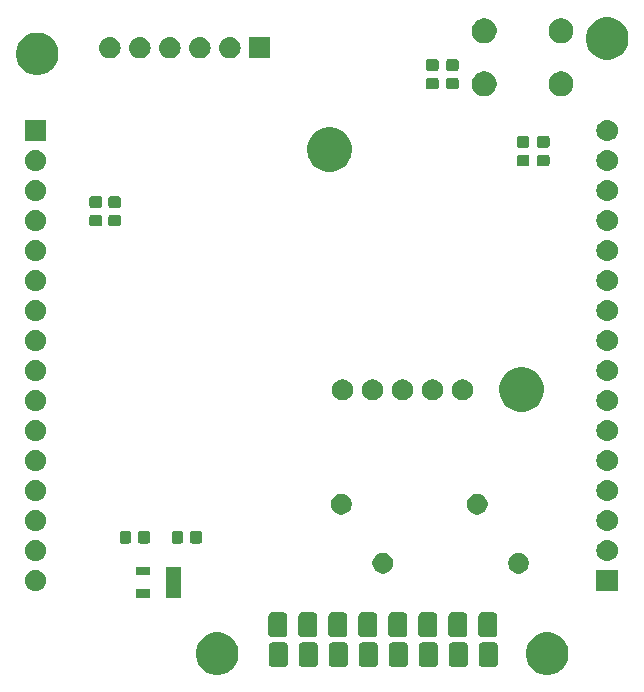
<source format=gbr>
G04 #@! TF.GenerationSoftware,KiCad,Pcbnew,(5.1.4)-1*
G04 #@! TF.CreationDate,2020-08-17T08:14:46+02:00*
G04 #@! TF.ProjectId,proto,70726f74-6f2e-46b6-9963-61645f706362,rev?*
G04 #@! TF.SameCoordinates,Original*
G04 #@! TF.FileFunction,Soldermask,Top*
G04 #@! TF.FilePolarity,Negative*
%FSLAX46Y46*%
G04 Gerber Fmt 4.6, Leading zero omitted, Abs format (unit mm)*
G04 Created by KiCad (PCBNEW (5.1.4)-1) date 2020-08-17 08:14:46*
%MOMM*%
%LPD*%
G04 APERTURE LIST*
%ADD10C,0.100000*%
G04 APERTURE END LIST*
D10*
G36*
X171445331Y-127818211D02*
G01*
X171773092Y-127953974D01*
X172068070Y-128151072D01*
X172318928Y-128401930D01*
X172516026Y-128696908D01*
X172651789Y-129024669D01*
X172721000Y-129372616D01*
X172721000Y-129727384D01*
X172651789Y-130075331D01*
X172516026Y-130403092D01*
X172318928Y-130698070D01*
X172068070Y-130948928D01*
X171773092Y-131146026D01*
X171445331Y-131281789D01*
X171097384Y-131351000D01*
X170742616Y-131351000D01*
X170394669Y-131281789D01*
X170066908Y-131146026D01*
X169771930Y-130948928D01*
X169521072Y-130698070D01*
X169323974Y-130403092D01*
X169188211Y-130075331D01*
X169119000Y-129727384D01*
X169119000Y-129372616D01*
X169188211Y-129024669D01*
X169323974Y-128696908D01*
X169521072Y-128401930D01*
X169771930Y-128151072D01*
X170066908Y-127953974D01*
X170394669Y-127818211D01*
X170742616Y-127749000D01*
X171097384Y-127749000D01*
X171445331Y-127818211D01*
X171445331Y-127818211D01*
G37*
G36*
X143505331Y-127818211D02*
G01*
X143833092Y-127953974D01*
X144128070Y-128151072D01*
X144378928Y-128401930D01*
X144576026Y-128696908D01*
X144711789Y-129024669D01*
X144781000Y-129372616D01*
X144781000Y-129727384D01*
X144711789Y-130075331D01*
X144576026Y-130403092D01*
X144378928Y-130698070D01*
X144128070Y-130948928D01*
X143833092Y-131146026D01*
X143505331Y-131281789D01*
X143157384Y-131351000D01*
X142802616Y-131351000D01*
X142454669Y-131281789D01*
X142126908Y-131146026D01*
X141831930Y-130948928D01*
X141581072Y-130698070D01*
X141383974Y-130403092D01*
X141248211Y-130075331D01*
X141179000Y-129727384D01*
X141179000Y-129372616D01*
X141248211Y-129024669D01*
X141383974Y-128696908D01*
X141581072Y-128401930D01*
X141831930Y-128151072D01*
X142126908Y-127953974D01*
X142454669Y-127818211D01*
X142802616Y-127749000D01*
X143157384Y-127749000D01*
X143505331Y-127818211D01*
X143505331Y-127818211D01*
G37*
G36*
X166485993Y-128586203D02*
G01*
X166550411Y-128605744D01*
X166609781Y-128637478D01*
X166661817Y-128680183D01*
X166704522Y-128732219D01*
X166736256Y-128791589D01*
X166755797Y-128856007D01*
X166763000Y-128929140D01*
X166763000Y-130330860D01*
X166755797Y-130403993D01*
X166736256Y-130468411D01*
X166704522Y-130527781D01*
X166661817Y-130579817D01*
X166609781Y-130622522D01*
X166550411Y-130654256D01*
X166485993Y-130673797D01*
X166412860Y-130681000D01*
X165487140Y-130681000D01*
X165414007Y-130673797D01*
X165349589Y-130654256D01*
X165290219Y-130622522D01*
X165238183Y-130579817D01*
X165195478Y-130527781D01*
X165163744Y-130468411D01*
X165144203Y-130403993D01*
X165137000Y-130330860D01*
X165137000Y-128929140D01*
X165144203Y-128856007D01*
X165163744Y-128791589D01*
X165195478Y-128732219D01*
X165238183Y-128680183D01*
X165290219Y-128637478D01*
X165349589Y-128605744D01*
X165414007Y-128586203D01*
X165487140Y-128579000D01*
X166412860Y-128579000D01*
X166485993Y-128586203D01*
X166485993Y-128586203D01*
G37*
G36*
X161405993Y-128586203D02*
G01*
X161470411Y-128605744D01*
X161529781Y-128637478D01*
X161581817Y-128680183D01*
X161624522Y-128732219D01*
X161656256Y-128791589D01*
X161675797Y-128856007D01*
X161683000Y-128929140D01*
X161683000Y-130330860D01*
X161675797Y-130403993D01*
X161656256Y-130468411D01*
X161624522Y-130527781D01*
X161581817Y-130579817D01*
X161529781Y-130622522D01*
X161470411Y-130654256D01*
X161405993Y-130673797D01*
X161332860Y-130681000D01*
X160407140Y-130681000D01*
X160334007Y-130673797D01*
X160269589Y-130654256D01*
X160210219Y-130622522D01*
X160158183Y-130579817D01*
X160115478Y-130527781D01*
X160083744Y-130468411D01*
X160064203Y-130403993D01*
X160057000Y-130330860D01*
X160057000Y-128929140D01*
X160064203Y-128856007D01*
X160083744Y-128791589D01*
X160115478Y-128732219D01*
X160158183Y-128680183D01*
X160210219Y-128637478D01*
X160269589Y-128605744D01*
X160334007Y-128586203D01*
X160407140Y-128579000D01*
X161332860Y-128579000D01*
X161405993Y-128586203D01*
X161405993Y-128586203D01*
G37*
G36*
X163945993Y-128586203D02*
G01*
X164010411Y-128605744D01*
X164069781Y-128637478D01*
X164121817Y-128680183D01*
X164164522Y-128732219D01*
X164196256Y-128791589D01*
X164215797Y-128856007D01*
X164223000Y-128929140D01*
X164223000Y-130330860D01*
X164215797Y-130403993D01*
X164196256Y-130468411D01*
X164164522Y-130527781D01*
X164121817Y-130579817D01*
X164069781Y-130622522D01*
X164010411Y-130654256D01*
X163945993Y-130673797D01*
X163872860Y-130681000D01*
X162947140Y-130681000D01*
X162874007Y-130673797D01*
X162809589Y-130654256D01*
X162750219Y-130622522D01*
X162698183Y-130579817D01*
X162655478Y-130527781D01*
X162623744Y-130468411D01*
X162604203Y-130403993D01*
X162597000Y-130330860D01*
X162597000Y-128929140D01*
X162604203Y-128856007D01*
X162623744Y-128791589D01*
X162655478Y-128732219D01*
X162698183Y-128680183D01*
X162750219Y-128637478D01*
X162809589Y-128605744D01*
X162874007Y-128586203D01*
X162947140Y-128579000D01*
X163872860Y-128579000D01*
X163945993Y-128586203D01*
X163945993Y-128586203D01*
G37*
G36*
X158865993Y-128586203D02*
G01*
X158930411Y-128605744D01*
X158989781Y-128637478D01*
X159041817Y-128680183D01*
X159084522Y-128732219D01*
X159116256Y-128791589D01*
X159135797Y-128856007D01*
X159143000Y-128929140D01*
X159143000Y-130330860D01*
X159135797Y-130403993D01*
X159116256Y-130468411D01*
X159084522Y-130527781D01*
X159041817Y-130579817D01*
X158989781Y-130622522D01*
X158930411Y-130654256D01*
X158865993Y-130673797D01*
X158792860Y-130681000D01*
X157867140Y-130681000D01*
X157794007Y-130673797D01*
X157729589Y-130654256D01*
X157670219Y-130622522D01*
X157618183Y-130579817D01*
X157575478Y-130527781D01*
X157543744Y-130468411D01*
X157524203Y-130403993D01*
X157517000Y-130330860D01*
X157517000Y-128929140D01*
X157524203Y-128856007D01*
X157543744Y-128791589D01*
X157575478Y-128732219D01*
X157618183Y-128680183D01*
X157670219Y-128637478D01*
X157729589Y-128605744D01*
X157794007Y-128586203D01*
X157867140Y-128579000D01*
X158792860Y-128579000D01*
X158865993Y-128586203D01*
X158865993Y-128586203D01*
G37*
G36*
X156325993Y-128586203D02*
G01*
X156390411Y-128605744D01*
X156449781Y-128637478D01*
X156501817Y-128680183D01*
X156544522Y-128732219D01*
X156576256Y-128791589D01*
X156595797Y-128856007D01*
X156603000Y-128929140D01*
X156603000Y-130330860D01*
X156595797Y-130403993D01*
X156576256Y-130468411D01*
X156544522Y-130527781D01*
X156501817Y-130579817D01*
X156449781Y-130622522D01*
X156390411Y-130654256D01*
X156325993Y-130673797D01*
X156252860Y-130681000D01*
X155327140Y-130681000D01*
X155254007Y-130673797D01*
X155189589Y-130654256D01*
X155130219Y-130622522D01*
X155078183Y-130579817D01*
X155035478Y-130527781D01*
X155003744Y-130468411D01*
X154984203Y-130403993D01*
X154977000Y-130330860D01*
X154977000Y-128929140D01*
X154984203Y-128856007D01*
X155003744Y-128791589D01*
X155035478Y-128732219D01*
X155078183Y-128680183D01*
X155130219Y-128637478D01*
X155189589Y-128605744D01*
X155254007Y-128586203D01*
X155327140Y-128579000D01*
X156252860Y-128579000D01*
X156325993Y-128586203D01*
X156325993Y-128586203D01*
G37*
G36*
X151245993Y-128586203D02*
G01*
X151310411Y-128605744D01*
X151369781Y-128637478D01*
X151421817Y-128680183D01*
X151464522Y-128732219D01*
X151496256Y-128791589D01*
X151515797Y-128856007D01*
X151523000Y-128929140D01*
X151523000Y-130330860D01*
X151515797Y-130403993D01*
X151496256Y-130468411D01*
X151464522Y-130527781D01*
X151421817Y-130579817D01*
X151369781Y-130622522D01*
X151310411Y-130654256D01*
X151245993Y-130673797D01*
X151172860Y-130681000D01*
X150247140Y-130681000D01*
X150174007Y-130673797D01*
X150109589Y-130654256D01*
X150050219Y-130622522D01*
X149998183Y-130579817D01*
X149955478Y-130527781D01*
X149923744Y-130468411D01*
X149904203Y-130403993D01*
X149897000Y-130330860D01*
X149897000Y-128929140D01*
X149904203Y-128856007D01*
X149923744Y-128791589D01*
X149955478Y-128732219D01*
X149998183Y-128680183D01*
X150050219Y-128637478D01*
X150109589Y-128605744D01*
X150174007Y-128586203D01*
X150247140Y-128579000D01*
X151172860Y-128579000D01*
X151245993Y-128586203D01*
X151245993Y-128586203D01*
G37*
G36*
X148705993Y-128586203D02*
G01*
X148770411Y-128605744D01*
X148829781Y-128637478D01*
X148881817Y-128680183D01*
X148924522Y-128732219D01*
X148956256Y-128791589D01*
X148975797Y-128856007D01*
X148983000Y-128929140D01*
X148983000Y-130330860D01*
X148975797Y-130403993D01*
X148956256Y-130468411D01*
X148924522Y-130527781D01*
X148881817Y-130579817D01*
X148829781Y-130622522D01*
X148770411Y-130654256D01*
X148705993Y-130673797D01*
X148632860Y-130681000D01*
X147707140Y-130681000D01*
X147634007Y-130673797D01*
X147569589Y-130654256D01*
X147510219Y-130622522D01*
X147458183Y-130579817D01*
X147415478Y-130527781D01*
X147383744Y-130468411D01*
X147364203Y-130403993D01*
X147357000Y-130330860D01*
X147357000Y-128929140D01*
X147364203Y-128856007D01*
X147383744Y-128791589D01*
X147415478Y-128732219D01*
X147458183Y-128680183D01*
X147510219Y-128637478D01*
X147569589Y-128605744D01*
X147634007Y-128586203D01*
X147707140Y-128579000D01*
X148632860Y-128579000D01*
X148705993Y-128586203D01*
X148705993Y-128586203D01*
G37*
G36*
X153785993Y-128586203D02*
G01*
X153850411Y-128605744D01*
X153909781Y-128637478D01*
X153961817Y-128680183D01*
X154004522Y-128732219D01*
X154036256Y-128791589D01*
X154055797Y-128856007D01*
X154063000Y-128929140D01*
X154063000Y-130330860D01*
X154055797Y-130403993D01*
X154036256Y-130468411D01*
X154004522Y-130527781D01*
X153961817Y-130579817D01*
X153909781Y-130622522D01*
X153850411Y-130654256D01*
X153785993Y-130673797D01*
X153712860Y-130681000D01*
X152787140Y-130681000D01*
X152714007Y-130673797D01*
X152649589Y-130654256D01*
X152590219Y-130622522D01*
X152538183Y-130579817D01*
X152495478Y-130527781D01*
X152463744Y-130468411D01*
X152444203Y-130403993D01*
X152437000Y-130330860D01*
X152437000Y-128929140D01*
X152444203Y-128856007D01*
X152463744Y-128791589D01*
X152495478Y-128732219D01*
X152538183Y-128680183D01*
X152590219Y-128637478D01*
X152649589Y-128605744D01*
X152714007Y-128586203D01*
X152787140Y-128579000D01*
X153712860Y-128579000D01*
X153785993Y-128586203D01*
X153785993Y-128586203D01*
G37*
G36*
X156275993Y-126056203D02*
G01*
X156340411Y-126075744D01*
X156399781Y-126107478D01*
X156451817Y-126150183D01*
X156494522Y-126202219D01*
X156526256Y-126261589D01*
X156545797Y-126326007D01*
X156553000Y-126399140D01*
X156553000Y-127800860D01*
X156545797Y-127873993D01*
X156526256Y-127938411D01*
X156494522Y-127997781D01*
X156451817Y-128049817D01*
X156399781Y-128092522D01*
X156340411Y-128124256D01*
X156275993Y-128143797D01*
X156202860Y-128151000D01*
X155277140Y-128151000D01*
X155204007Y-128143797D01*
X155139589Y-128124256D01*
X155080219Y-128092522D01*
X155028183Y-128049817D01*
X154985478Y-127997781D01*
X154953744Y-127938411D01*
X154934203Y-127873993D01*
X154927000Y-127800860D01*
X154927000Y-126399140D01*
X154934203Y-126326007D01*
X154953744Y-126261589D01*
X154985478Y-126202219D01*
X155028183Y-126150183D01*
X155080219Y-126107478D01*
X155139589Y-126075744D01*
X155204007Y-126056203D01*
X155277140Y-126049000D01*
X156202860Y-126049000D01*
X156275993Y-126056203D01*
X156275993Y-126056203D01*
G37*
G36*
X148655993Y-126056203D02*
G01*
X148720411Y-126075744D01*
X148779781Y-126107478D01*
X148831817Y-126150183D01*
X148874522Y-126202219D01*
X148906256Y-126261589D01*
X148925797Y-126326007D01*
X148933000Y-126399140D01*
X148933000Y-127800860D01*
X148925797Y-127873993D01*
X148906256Y-127938411D01*
X148874522Y-127997781D01*
X148831817Y-128049817D01*
X148779781Y-128092522D01*
X148720411Y-128124256D01*
X148655993Y-128143797D01*
X148582860Y-128151000D01*
X147657140Y-128151000D01*
X147584007Y-128143797D01*
X147519589Y-128124256D01*
X147460219Y-128092522D01*
X147408183Y-128049817D01*
X147365478Y-127997781D01*
X147333744Y-127938411D01*
X147314203Y-127873993D01*
X147307000Y-127800860D01*
X147307000Y-126399140D01*
X147314203Y-126326007D01*
X147333744Y-126261589D01*
X147365478Y-126202219D01*
X147408183Y-126150183D01*
X147460219Y-126107478D01*
X147519589Y-126075744D01*
X147584007Y-126056203D01*
X147657140Y-126049000D01*
X148582860Y-126049000D01*
X148655993Y-126056203D01*
X148655993Y-126056203D01*
G37*
G36*
X151195993Y-126056203D02*
G01*
X151260411Y-126075744D01*
X151319781Y-126107478D01*
X151371817Y-126150183D01*
X151414522Y-126202219D01*
X151446256Y-126261589D01*
X151465797Y-126326007D01*
X151473000Y-126399140D01*
X151473000Y-127800860D01*
X151465797Y-127873993D01*
X151446256Y-127938411D01*
X151414522Y-127997781D01*
X151371817Y-128049817D01*
X151319781Y-128092522D01*
X151260411Y-128124256D01*
X151195993Y-128143797D01*
X151122860Y-128151000D01*
X150197140Y-128151000D01*
X150124007Y-128143797D01*
X150059589Y-128124256D01*
X150000219Y-128092522D01*
X149948183Y-128049817D01*
X149905478Y-127997781D01*
X149873744Y-127938411D01*
X149854203Y-127873993D01*
X149847000Y-127800860D01*
X149847000Y-126399140D01*
X149854203Y-126326007D01*
X149873744Y-126261589D01*
X149905478Y-126202219D01*
X149948183Y-126150183D01*
X150000219Y-126107478D01*
X150059589Y-126075744D01*
X150124007Y-126056203D01*
X150197140Y-126049000D01*
X151122860Y-126049000D01*
X151195993Y-126056203D01*
X151195993Y-126056203D01*
G37*
G36*
X166435993Y-126056203D02*
G01*
X166500411Y-126075744D01*
X166559781Y-126107478D01*
X166611817Y-126150183D01*
X166654522Y-126202219D01*
X166686256Y-126261589D01*
X166705797Y-126326007D01*
X166713000Y-126399140D01*
X166713000Y-127800860D01*
X166705797Y-127873993D01*
X166686256Y-127938411D01*
X166654522Y-127997781D01*
X166611817Y-128049817D01*
X166559781Y-128092522D01*
X166500411Y-128124256D01*
X166435993Y-128143797D01*
X166362860Y-128151000D01*
X165437140Y-128151000D01*
X165364007Y-128143797D01*
X165299589Y-128124256D01*
X165240219Y-128092522D01*
X165188183Y-128049817D01*
X165145478Y-127997781D01*
X165113744Y-127938411D01*
X165094203Y-127873993D01*
X165087000Y-127800860D01*
X165087000Y-126399140D01*
X165094203Y-126326007D01*
X165113744Y-126261589D01*
X165145478Y-126202219D01*
X165188183Y-126150183D01*
X165240219Y-126107478D01*
X165299589Y-126075744D01*
X165364007Y-126056203D01*
X165437140Y-126049000D01*
X166362860Y-126049000D01*
X166435993Y-126056203D01*
X166435993Y-126056203D01*
G37*
G36*
X163895993Y-126056203D02*
G01*
X163960411Y-126075744D01*
X164019781Y-126107478D01*
X164071817Y-126150183D01*
X164114522Y-126202219D01*
X164146256Y-126261589D01*
X164165797Y-126326007D01*
X164173000Y-126399140D01*
X164173000Y-127800860D01*
X164165797Y-127873993D01*
X164146256Y-127938411D01*
X164114522Y-127997781D01*
X164071817Y-128049817D01*
X164019781Y-128092522D01*
X163960411Y-128124256D01*
X163895993Y-128143797D01*
X163822860Y-128151000D01*
X162897140Y-128151000D01*
X162824007Y-128143797D01*
X162759589Y-128124256D01*
X162700219Y-128092522D01*
X162648183Y-128049817D01*
X162605478Y-127997781D01*
X162573744Y-127938411D01*
X162554203Y-127873993D01*
X162547000Y-127800860D01*
X162547000Y-126399140D01*
X162554203Y-126326007D01*
X162573744Y-126261589D01*
X162605478Y-126202219D01*
X162648183Y-126150183D01*
X162700219Y-126107478D01*
X162759589Y-126075744D01*
X162824007Y-126056203D01*
X162897140Y-126049000D01*
X163822860Y-126049000D01*
X163895993Y-126056203D01*
X163895993Y-126056203D01*
G37*
G36*
X161355993Y-126056203D02*
G01*
X161420411Y-126075744D01*
X161479781Y-126107478D01*
X161531817Y-126150183D01*
X161574522Y-126202219D01*
X161606256Y-126261589D01*
X161625797Y-126326007D01*
X161633000Y-126399140D01*
X161633000Y-127800860D01*
X161625797Y-127873993D01*
X161606256Y-127938411D01*
X161574522Y-127997781D01*
X161531817Y-128049817D01*
X161479781Y-128092522D01*
X161420411Y-128124256D01*
X161355993Y-128143797D01*
X161282860Y-128151000D01*
X160357140Y-128151000D01*
X160284007Y-128143797D01*
X160219589Y-128124256D01*
X160160219Y-128092522D01*
X160108183Y-128049817D01*
X160065478Y-127997781D01*
X160033744Y-127938411D01*
X160014203Y-127873993D01*
X160007000Y-127800860D01*
X160007000Y-126399140D01*
X160014203Y-126326007D01*
X160033744Y-126261589D01*
X160065478Y-126202219D01*
X160108183Y-126150183D01*
X160160219Y-126107478D01*
X160219589Y-126075744D01*
X160284007Y-126056203D01*
X160357140Y-126049000D01*
X161282860Y-126049000D01*
X161355993Y-126056203D01*
X161355993Y-126056203D01*
G37*
G36*
X153735993Y-126056203D02*
G01*
X153800411Y-126075744D01*
X153859781Y-126107478D01*
X153911817Y-126150183D01*
X153954522Y-126202219D01*
X153986256Y-126261589D01*
X154005797Y-126326007D01*
X154013000Y-126399140D01*
X154013000Y-127800860D01*
X154005797Y-127873993D01*
X153986256Y-127938411D01*
X153954522Y-127997781D01*
X153911817Y-128049817D01*
X153859781Y-128092522D01*
X153800411Y-128124256D01*
X153735993Y-128143797D01*
X153662860Y-128151000D01*
X152737140Y-128151000D01*
X152664007Y-128143797D01*
X152599589Y-128124256D01*
X152540219Y-128092522D01*
X152488183Y-128049817D01*
X152445478Y-127997781D01*
X152413744Y-127938411D01*
X152394203Y-127873993D01*
X152387000Y-127800860D01*
X152387000Y-126399140D01*
X152394203Y-126326007D01*
X152413744Y-126261589D01*
X152445478Y-126202219D01*
X152488183Y-126150183D01*
X152540219Y-126107478D01*
X152599589Y-126075744D01*
X152664007Y-126056203D01*
X152737140Y-126049000D01*
X153662860Y-126049000D01*
X153735993Y-126056203D01*
X153735993Y-126056203D01*
G37*
G36*
X158815993Y-126056203D02*
G01*
X158880411Y-126075744D01*
X158939781Y-126107478D01*
X158991817Y-126150183D01*
X159034522Y-126202219D01*
X159066256Y-126261589D01*
X159085797Y-126326007D01*
X159093000Y-126399140D01*
X159093000Y-127800860D01*
X159085797Y-127873993D01*
X159066256Y-127938411D01*
X159034522Y-127997781D01*
X158991817Y-128049817D01*
X158939781Y-128092522D01*
X158880411Y-128124256D01*
X158815993Y-128143797D01*
X158742860Y-128151000D01*
X157817140Y-128151000D01*
X157744007Y-128143797D01*
X157679589Y-128124256D01*
X157620219Y-128092522D01*
X157568183Y-128049817D01*
X157525478Y-127997781D01*
X157493744Y-127938411D01*
X157474203Y-127873993D01*
X157467000Y-127800860D01*
X157467000Y-126399140D01*
X157474203Y-126326007D01*
X157493744Y-126261589D01*
X157525478Y-126202219D01*
X157568183Y-126150183D01*
X157620219Y-126107478D01*
X157679589Y-126075744D01*
X157744007Y-126056203D01*
X157817140Y-126049000D01*
X158742860Y-126049000D01*
X158815993Y-126056203D01*
X158815993Y-126056203D01*
G37*
G36*
X137326000Y-124801000D02*
G01*
X136074000Y-124801000D01*
X136074000Y-124099000D01*
X137326000Y-124099000D01*
X137326000Y-124801000D01*
X137326000Y-124801000D01*
G37*
G36*
X139926000Y-124801000D02*
G01*
X138674000Y-124801000D01*
X138674000Y-122199000D01*
X139926000Y-122199000D01*
X139926000Y-124801000D01*
X139926000Y-124801000D01*
G37*
G36*
X127710443Y-122455519D02*
G01*
X127776627Y-122462037D01*
X127946466Y-122513557D01*
X128102991Y-122597222D01*
X128138729Y-122626552D01*
X128240186Y-122709814D01*
X128323448Y-122811271D01*
X128352778Y-122847009D01*
X128436443Y-123003534D01*
X128487963Y-123173373D01*
X128505359Y-123350000D01*
X128487963Y-123526627D01*
X128436443Y-123696466D01*
X128352778Y-123852991D01*
X128323448Y-123888729D01*
X128240186Y-123990186D01*
X128138729Y-124073448D01*
X128102991Y-124102778D01*
X127946466Y-124186443D01*
X127776627Y-124237963D01*
X127710443Y-124244481D01*
X127644260Y-124251000D01*
X127555740Y-124251000D01*
X127489557Y-124244481D01*
X127423373Y-124237963D01*
X127253534Y-124186443D01*
X127097009Y-124102778D01*
X127061271Y-124073448D01*
X126959814Y-123990186D01*
X126876552Y-123888729D01*
X126847222Y-123852991D01*
X126763557Y-123696466D01*
X126712037Y-123526627D01*
X126694641Y-123350000D01*
X126712037Y-123173373D01*
X126763557Y-123003534D01*
X126847222Y-122847009D01*
X126876552Y-122811271D01*
X126959814Y-122709814D01*
X127061271Y-122626552D01*
X127097009Y-122597222D01*
X127253534Y-122513557D01*
X127423373Y-122462037D01*
X127489557Y-122455519D01*
X127555740Y-122449000D01*
X127644260Y-122449000D01*
X127710443Y-122455519D01*
X127710443Y-122455519D01*
G37*
G36*
X176901000Y-124251000D02*
G01*
X175099000Y-124251000D01*
X175099000Y-122449000D01*
X176901000Y-122449000D01*
X176901000Y-124251000D01*
X176901000Y-124251000D01*
G37*
G36*
X137326000Y-122901000D02*
G01*
X136074000Y-122901000D01*
X136074000Y-122199000D01*
X137326000Y-122199000D01*
X137326000Y-122901000D01*
X137326000Y-122901000D01*
G37*
G36*
X157255520Y-121057664D02*
G01*
X157414942Y-121123699D01*
X157558418Y-121219566D01*
X157680434Y-121341582D01*
X157776301Y-121485058D01*
X157842336Y-121644480D01*
X157876000Y-121813721D01*
X157876000Y-121986279D01*
X157842336Y-122155520D01*
X157776301Y-122314942D01*
X157680434Y-122458418D01*
X157558418Y-122580434D01*
X157414942Y-122676301D01*
X157255520Y-122742336D01*
X157170899Y-122759168D01*
X157086280Y-122776000D01*
X156913720Y-122776000D01*
X156829101Y-122759168D01*
X156744480Y-122742336D01*
X156585058Y-122676301D01*
X156441582Y-122580434D01*
X156319566Y-122458418D01*
X156223699Y-122314942D01*
X156157664Y-122155520D01*
X156124000Y-121986279D01*
X156124000Y-121813721D01*
X156157664Y-121644480D01*
X156223699Y-121485058D01*
X156319566Y-121341582D01*
X156441582Y-121219566D01*
X156585058Y-121123699D01*
X156744480Y-121057664D01*
X156913720Y-121024000D01*
X157086280Y-121024000D01*
X157255520Y-121057664D01*
X157255520Y-121057664D01*
G37*
G36*
X168755520Y-121057664D02*
G01*
X168914942Y-121123699D01*
X169058418Y-121219566D01*
X169180434Y-121341582D01*
X169276301Y-121485058D01*
X169342336Y-121644480D01*
X169376000Y-121813721D01*
X169376000Y-121986279D01*
X169342336Y-122155520D01*
X169276301Y-122314942D01*
X169180434Y-122458418D01*
X169058418Y-122580434D01*
X168914942Y-122676301D01*
X168755520Y-122742336D01*
X168670899Y-122759168D01*
X168586280Y-122776000D01*
X168413720Y-122776000D01*
X168329101Y-122759168D01*
X168244480Y-122742336D01*
X168085058Y-122676301D01*
X167941582Y-122580434D01*
X167819566Y-122458418D01*
X167723699Y-122314942D01*
X167657664Y-122155520D01*
X167624000Y-121986279D01*
X167624000Y-121813721D01*
X167657664Y-121644480D01*
X167723699Y-121485058D01*
X167819566Y-121341582D01*
X167941582Y-121219566D01*
X168085058Y-121123699D01*
X168244480Y-121057664D01*
X168413720Y-121024000D01*
X168586280Y-121024000D01*
X168755520Y-121057664D01*
X168755520Y-121057664D01*
G37*
G36*
X127710442Y-119915518D02*
G01*
X127776627Y-119922037D01*
X127946466Y-119973557D01*
X128102991Y-120057222D01*
X128138729Y-120086552D01*
X128240186Y-120169814D01*
X128323448Y-120271271D01*
X128352778Y-120307009D01*
X128436443Y-120463534D01*
X128487963Y-120633373D01*
X128505359Y-120810000D01*
X128487963Y-120986627D01*
X128436443Y-121156466D01*
X128352778Y-121312991D01*
X128329314Y-121341582D01*
X128240186Y-121450186D01*
X128138729Y-121533448D01*
X128102991Y-121562778D01*
X128102989Y-121562779D01*
X127950139Y-121644480D01*
X127946466Y-121646443D01*
X127776627Y-121697963D01*
X127710442Y-121704482D01*
X127644260Y-121711000D01*
X127555740Y-121711000D01*
X127489558Y-121704482D01*
X127423373Y-121697963D01*
X127253534Y-121646443D01*
X127249862Y-121644480D01*
X127097011Y-121562779D01*
X127097009Y-121562778D01*
X127061271Y-121533448D01*
X126959814Y-121450186D01*
X126870686Y-121341582D01*
X126847222Y-121312991D01*
X126763557Y-121156466D01*
X126712037Y-120986627D01*
X126694641Y-120810000D01*
X126712037Y-120633373D01*
X126763557Y-120463534D01*
X126847222Y-120307009D01*
X126876552Y-120271271D01*
X126959814Y-120169814D01*
X127061271Y-120086552D01*
X127097009Y-120057222D01*
X127253534Y-119973557D01*
X127423373Y-119922037D01*
X127489558Y-119915518D01*
X127555740Y-119909000D01*
X127644260Y-119909000D01*
X127710442Y-119915518D01*
X127710442Y-119915518D01*
G37*
G36*
X176110442Y-119915518D02*
G01*
X176176627Y-119922037D01*
X176346466Y-119973557D01*
X176502991Y-120057222D01*
X176538729Y-120086552D01*
X176640186Y-120169814D01*
X176723448Y-120271271D01*
X176752778Y-120307009D01*
X176836443Y-120463534D01*
X176887963Y-120633373D01*
X176905359Y-120810000D01*
X176887963Y-120986627D01*
X176836443Y-121156466D01*
X176752778Y-121312991D01*
X176729314Y-121341582D01*
X176640186Y-121450186D01*
X176538729Y-121533448D01*
X176502991Y-121562778D01*
X176502989Y-121562779D01*
X176350139Y-121644480D01*
X176346466Y-121646443D01*
X176176627Y-121697963D01*
X176110442Y-121704482D01*
X176044260Y-121711000D01*
X175955740Y-121711000D01*
X175889558Y-121704482D01*
X175823373Y-121697963D01*
X175653534Y-121646443D01*
X175649862Y-121644480D01*
X175497011Y-121562779D01*
X175497009Y-121562778D01*
X175461271Y-121533448D01*
X175359814Y-121450186D01*
X175270686Y-121341582D01*
X175247222Y-121312991D01*
X175163557Y-121156466D01*
X175112037Y-120986627D01*
X175094641Y-120810000D01*
X175112037Y-120633373D01*
X175163557Y-120463534D01*
X175247222Y-120307009D01*
X175276552Y-120271271D01*
X175359814Y-120169814D01*
X175461271Y-120086552D01*
X175497009Y-120057222D01*
X175653534Y-119973557D01*
X175823373Y-119922037D01*
X175889558Y-119915518D01*
X175955740Y-119909000D01*
X176044260Y-119909000D01*
X176110442Y-119915518D01*
X176110442Y-119915518D01*
G37*
G36*
X141529591Y-119178085D02*
G01*
X141563569Y-119188393D01*
X141594890Y-119205134D01*
X141622339Y-119227661D01*
X141644866Y-119255110D01*
X141661607Y-119286431D01*
X141671915Y-119320409D01*
X141676000Y-119361890D01*
X141676000Y-120038110D01*
X141671915Y-120079591D01*
X141661607Y-120113569D01*
X141644866Y-120144890D01*
X141622339Y-120172339D01*
X141594890Y-120194866D01*
X141563569Y-120211607D01*
X141529591Y-120221915D01*
X141488110Y-120226000D01*
X140886890Y-120226000D01*
X140845409Y-120221915D01*
X140811431Y-120211607D01*
X140780110Y-120194866D01*
X140752661Y-120172339D01*
X140730134Y-120144890D01*
X140713393Y-120113569D01*
X140703085Y-120079591D01*
X140699000Y-120038110D01*
X140699000Y-119361890D01*
X140703085Y-119320409D01*
X140713393Y-119286431D01*
X140730134Y-119255110D01*
X140752661Y-119227661D01*
X140780110Y-119205134D01*
X140811431Y-119188393D01*
X140845409Y-119178085D01*
X140886890Y-119174000D01*
X141488110Y-119174000D01*
X141529591Y-119178085D01*
X141529591Y-119178085D01*
G37*
G36*
X139954591Y-119178085D02*
G01*
X139988569Y-119188393D01*
X140019890Y-119205134D01*
X140047339Y-119227661D01*
X140069866Y-119255110D01*
X140086607Y-119286431D01*
X140096915Y-119320409D01*
X140101000Y-119361890D01*
X140101000Y-120038110D01*
X140096915Y-120079591D01*
X140086607Y-120113569D01*
X140069866Y-120144890D01*
X140047339Y-120172339D01*
X140019890Y-120194866D01*
X139988569Y-120211607D01*
X139954591Y-120221915D01*
X139913110Y-120226000D01*
X139311890Y-120226000D01*
X139270409Y-120221915D01*
X139236431Y-120211607D01*
X139205110Y-120194866D01*
X139177661Y-120172339D01*
X139155134Y-120144890D01*
X139138393Y-120113569D01*
X139128085Y-120079591D01*
X139124000Y-120038110D01*
X139124000Y-119361890D01*
X139128085Y-119320409D01*
X139138393Y-119286431D01*
X139155134Y-119255110D01*
X139177661Y-119227661D01*
X139205110Y-119205134D01*
X139236431Y-119188393D01*
X139270409Y-119178085D01*
X139311890Y-119174000D01*
X139913110Y-119174000D01*
X139954591Y-119178085D01*
X139954591Y-119178085D01*
G37*
G36*
X137129591Y-119178085D02*
G01*
X137163569Y-119188393D01*
X137194890Y-119205134D01*
X137222339Y-119227661D01*
X137244866Y-119255110D01*
X137261607Y-119286431D01*
X137271915Y-119320409D01*
X137276000Y-119361890D01*
X137276000Y-120038110D01*
X137271915Y-120079591D01*
X137261607Y-120113569D01*
X137244866Y-120144890D01*
X137222339Y-120172339D01*
X137194890Y-120194866D01*
X137163569Y-120211607D01*
X137129591Y-120221915D01*
X137088110Y-120226000D01*
X136486890Y-120226000D01*
X136445409Y-120221915D01*
X136411431Y-120211607D01*
X136380110Y-120194866D01*
X136352661Y-120172339D01*
X136330134Y-120144890D01*
X136313393Y-120113569D01*
X136303085Y-120079591D01*
X136299000Y-120038110D01*
X136299000Y-119361890D01*
X136303085Y-119320409D01*
X136313393Y-119286431D01*
X136330134Y-119255110D01*
X136352661Y-119227661D01*
X136380110Y-119205134D01*
X136411431Y-119188393D01*
X136445409Y-119178085D01*
X136486890Y-119174000D01*
X137088110Y-119174000D01*
X137129591Y-119178085D01*
X137129591Y-119178085D01*
G37*
G36*
X135554591Y-119178085D02*
G01*
X135588569Y-119188393D01*
X135619890Y-119205134D01*
X135647339Y-119227661D01*
X135669866Y-119255110D01*
X135686607Y-119286431D01*
X135696915Y-119320409D01*
X135701000Y-119361890D01*
X135701000Y-120038110D01*
X135696915Y-120079591D01*
X135686607Y-120113569D01*
X135669866Y-120144890D01*
X135647339Y-120172339D01*
X135619890Y-120194866D01*
X135588569Y-120211607D01*
X135554591Y-120221915D01*
X135513110Y-120226000D01*
X134911890Y-120226000D01*
X134870409Y-120221915D01*
X134836431Y-120211607D01*
X134805110Y-120194866D01*
X134777661Y-120172339D01*
X134755134Y-120144890D01*
X134738393Y-120113569D01*
X134728085Y-120079591D01*
X134724000Y-120038110D01*
X134724000Y-119361890D01*
X134728085Y-119320409D01*
X134738393Y-119286431D01*
X134755134Y-119255110D01*
X134777661Y-119227661D01*
X134805110Y-119205134D01*
X134836431Y-119188393D01*
X134870409Y-119178085D01*
X134911890Y-119174000D01*
X135513110Y-119174000D01*
X135554591Y-119178085D01*
X135554591Y-119178085D01*
G37*
G36*
X127710442Y-117375518D02*
G01*
X127776627Y-117382037D01*
X127946466Y-117433557D01*
X128102991Y-117517222D01*
X128138729Y-117546552D01*
X128240186Y-117629814D01*
X128323448Y-117731271D01*
X128352778Y-117767009D01*
X128436443Y-117923534D01*
X128487963Y-118093373D01*
X128505359Y-118270000D01*
X128487963Y-118446627D01*
X128436443Y-118616466D01*
X128352778Y-118772991D01*
X128323448Y-118808729D01*
X128240186Y-118910186D01*
X128138729Y-118993448D01*
X128102991Y-119022778D01*
X127946466Y-119106443D01*
X127776627Y-119157963D01*
X127710442Y-119164482D01*
X127644260Y-119171000D01*
X127555740Y-119171000D01*
X127489558Y-119164482D01*
X127423373Y-119157963D01*
X127253534Y-119106443D01*
X127097009Y-119022778D01*
X127061271Y-118993448D01*
X126959814Y-118910186D01*
X126876552Y-118808729D01*
X126847222Y-118772991D01*
X126763557Y-118616466D01*
X126712037Y-118446627D01*
X126694641Y-118270000D01*
X126712037Y-118093373D01*
X126763557Y-117923534D01*
X126847222Y-117767009D01*
X126876552Y-117731271D01*
X126959814Y-117629814D01*
X127061271Y-117546552D01*
X127097009Y-117517222D01*
X127253534Y-117433557D01*
X127423373Y-117382037D01*
X127489558Y-117375518D01*
X127555740Y-117369000D01*
X127644260Y-117369000D01*
X127710442Y-117375518D01*
X127710442Y-117375518D01*
G37*
G36*
X176110442Y-117375518D02*
G01*
X176176627Y-117382037D01*
X176346466Y-117433557D01*
X176502991Y-117517222D01*
X176538729Y-117546552D01*
X176640186Y-117629814D01*
X176723448Y-117731271D01*
X176752778Y-117767009D01*
X176836443Y-117923534D01*
X176887963Y-118093373D01*
X176905359Y-118270000D01*
X176887963Y-118446627D01*
X176836443Y-118616466D01*
X176752778Y-118772991D01*
X176723448Y-118808729D01*
X176640186Y-118910186D01*
X176538729Y-118993448D01*
X176502991Y-119022778D01*
X176346466Y-119106443D01*
X176176627Y-119157963D01*
X176110442Y-119164482D01*
X176044260Y-119171000D01*
X175955740Y-119171000D01*
X175889558Y-119164482D01*
X175823373Y-119157963D01*
X175653534Y-119106443D01*
X175497009Y-119022778D01*
X175461271Y-118993448D01*
X175359814Y-118910186D01*
X175276552Y-118808729D01*
X175247222Y-118772991D01*
X175163557Y-118616466D01*
X175112037Y-118446627D01*
X175094641Y-118270000D01*
X175112037Y-118093373D01*
X175163557Y-117923534D01*
X175247222Y-117767009D01*
X175276552Y-117731271D01*
X175359814Y-117629814D01*
X175461271Y-117546552D01*
X175497009Y-117517222D01*
X175653534Y-117433557D01*
X175823373Y-117382037D01*
X175889558Y-117375518D01*
X175955740Y-117369000D01*
X176044260Y-117369000D01*
X176110442Y-117375518D01*
X176110442Y-117375518D01*
G37*
G36*
X153670899Y-116040832D02*
G01*
X153755520Y-116057664D01*
X153914942Y-116123699D01*
X154058418Y-116219566D01*
X154180434Y-116341582D01*
X154276301Y-116485058D01*
X154342336Y-116644480D01*
X154376000Y-116813721D01*
X154376000Y-116986279D01*
X154342336Y-117155520D01*
X154276301Y-117314942D01*
X154180434Y-117458418D01*
X154058418Y-117580434D01*
X153914942Y-117676301D01*
X153755520Y-117742336D01*
X153586280Y-117776000D01*
X153413720Y-117776000D01*
X153244480Y-117742336D01*
X153085058Y-117676301D01*
X152941582Y-117580434D01*
X152819566Y-117458418D01*
X152723699Y-117314942D01*
X152657664Y-117155520D01*
X152624000Y-116986279D01*
X152624000Y-116813721D01*
X152657664Y-116644480D01*
X152723699Y-116485058D01*
X152819566Y-116341582D01*
X152941582Y-116219566D01*
X153085058Y-116123699D01*
X153244480Y-116057664D01*
X153329101Y-116040832D01*
X153413720Y-116024000D01*
X153586280Y-116024000D01*
X153670899Y-116040832D01*
X153670899Y-116040832D01*
G37*
G36*
X165170899Y-116040832D02*
G01*
X165255520Y-116057664D01*
X165414942Y-116123699D01*
X165558418Y-116219566D01*
X165680434Y-116341582D01*
X165776301Y-116485058D01*
X165842336Y-116644480D01*
X165876000Y-116813721D01*
X165876000Y-116986279D01*
X165842336Y-117155520D01*
X165776301Y-117314942D01*
X165680434Y-117458418D01*
X165558418Y-117580434D01*
X165414942Y-117676301D01*
X165255520Y-117742336D01*
X165086280Y-117776000D01*
X164913720Y-117776000D01*
X164744480Y-117742336D01*
X164585058Y-117676301D01*
X164441582Y-117580434D01*
X164319566Y-117458418D01*
X164223699Y-117314942D01*
X164157664Y-117155520D01*
X164124000Y-116986279D01*
X164124000Y-116813721D01*
X164157664Y-116644480D01*
X164223699Y-116485058D01*
X164319566Y-116341582D01*
X164441582Y-116219566D01*
X164585058Y-116123699D01*
X164744480Y-116057664D01*
X164829101Y-116040832D01*
X164913720Y-116024000D01*
X165086280Y-116024000D01*
X165170899Y-116040832D01*
X165170899Y-116040832D01*
G37*
G36*
X127710443Y-114835519D02*
G01*
X127776627Y-114842037D01*
X127946466Y-114893557D01*
X128102991Y-114977222D01*
X128138729Y-115006552D01*
X128240186Y-115089814D01*
X128323448Y-115191271D01*
X128352778Y-115227009D01*
X128436443Y-115383534D01*
X128487963Y-115553373D01*
X128505359Y-115730000D01*
X128487963Y-115906627D01*
X128436443Y-116076466D01*
X128352778Y-116232991D01*
X128323448Y-116268729D01*
X128240186Y-116370186D01*
X128138729Y-116453448D01*
X128102991Y-116482778D01*
X127946466Y-116566443D01*
X127776627Y-116617963D01*
X127710443Y-116624481D01*
X127644260Y-116631000D01*
X127555740Y-116631000D01*
X127489557Y-116624481D01*
X127423373Y-116617963D01*
X127253534Y-116566443D01*
X127097009Y-116482778D01*
X127061271Y-116453448D01*
X126959814Y-116370186D01*
X126876552Y-116268729D01*
X126847222Y-116232991D01*
X126763557Y-116076466D01*
X126712037Y-115906627D01*
X126694641Y-115730000D01*
X126712037Y-115553373D01*
X126763557Y-115383534D01*
X126847222Y-115227009D01*
X126876552Y-115191271D01*
X126959814Y-115089814D01*
X127061271Y-115006552D01*
X127097009Y-114977222D01*
X127253534Y-114893557D01*
X127423373Y-114842037D01*
X127489557Y-114835519D01*
X127555740Y-114829000D01*
X127644260Y-114829000D01*
X127710443Y-114835519D01*
X127710443Y-114835519D01*
G37*
G36*
X176110443Y-114835519D02*
G01*
X176176627Y-114842037D01*
X176346466Y-114893557D01*
X176502991Y-114977222D01*
X176538729Y-115006552D01*
X176640186Y-115089814D01*
X176723448Y-115191271D01*
X176752778Y-115227009D01*
X176836443Y-115383534D01*
X176887963Y-115553373D01*
X176905359Y-115730000D01*
X176887963Y-115906627D01*
X176836443Y-116076466D01*
X176752778Y-116232991D01*
X176723448Y-116268729D01*
X176640186Y-116370186D01*
X176538729Y-116453448D01*
X176502991Y-116482778D01*
X176346466Y-116566443D01*
X176176627Y-116617963D01*
X176110443Y-116624481D01*
X176044260Y-116631000D01*
X175955740Y-116631000D01*
X175889557Y-116624481D01*
X175823373Y-116617963D01*
X175653534Y-116566443D01*
X175497009Y-116482778D01*
X175461271Y-116453448D01*
X175359814Y-116370186D01*
X175276552Y-116268729D01*
X175247222Y-116232991D01*
X175163557Y-116076466D01*
X175112037Y-115906627D01*
X175094641Y-115730000D01*
X175112037Y-115553373D01*
X175163557Y-115383534D01*
X175247222Y-115227009D01*
X175276552Y-115191271D01*
X175359814Y-115089814D01*
X175461271Y-115006552D01*
X175497009Y-114977222D01*
X175653534Y-114893557D01*
X175823373Y-114842037D01*
X175889557Y-114835519D01*
X175955740Y-114829000D01*
X176044260Y-114829000D01*
X176110443Y-114835519D01*
X176110443Y-114835519D01*
G37*
G36*
X176110443Y-112295519D02*
G01*
X176176627Y-112302037D01*
X176346466Y-112353557D01*
X176502991Y-112437222D01*
X176538729Y-112466552D01*
X176640186Y-112549814D01*
X176723448Y-112651271D01*
X176752778Y-112687009D01*
X176836443Y-112843534D01*
X176887963Y-113013373D01*
X176905359Y-113190000D01*
X176887963Y-113366627D01*
X176836443Y-113536466D01*
X176752778Y-113692991D01*
X176723448Y-113728729D01*
X176640186Y-113830186D01*
X176538729Y-113913448D01*
X176502991Y-113942778D01*
X176346466Y-114026443D01*
X176176627Y-114077963D01*
X176110443Y-114084481D01*
X176044260Y-114091000D01*
X175955740Y-114091000D01*
X175889557Y-114084481D01*
X175823373Y-114077963D01*
X175653534Y-114026443D01*
X175497009Y-113942778D01*
X175461271Y-113913448D01*
X175359814Y-113830186D01*
X175276552Y-113728729D01*
X175247222Y-113692991D01*
X175163557Y-113536466D01*
X175112037Y-113366627D01*
X175094641Y-113190000D01*
X175112037Y-113013373D01*
X175163557Y-112843534D01*
X175247222Y-112687009D01*
X175276552Y-112651271D01*
X175359814Y-112549814D01*
X175461271Y-112466552D01*
X175497009Y-112437222D01*
X175653534Y-112353557D01*
X175823373Y-112302037D01*
X175889557Y-112295519D01*
X175955740Y-112289000D01*
X176044260Y-112289000D01*
X176110443Y-112295519D01*
X176110443Y-112295519D01*
G37*
G36*
X127710443Y-112295519D02*
G01*
X127776627Y-112302037D01*
X127946466Y-112353557D01*
X128102991Y-112437222D01*
X128138729Y-112466552D01*
X128240186Y-112549814D01*
X128323448Y-112651271D01*
X128352778Y-112687009D01*
X128436443Y-112843534D01*
X128487963Y-113013373D01*
X128505359Y-113190000D01*
X128487963Y-113366627D01*
X128436443Y-113536466D01*
X128352778Y-113692991D01*
X128323448Y-113728729D01*
X128240186Y-113830186D01*
X128138729Y-113913448D01*
X128102991Y-113942778D01*
X127946466Y-114026443D01*
X127776627Y-114077963D01*
X127710443Y-114084481D01*
X127644260Y-114091000D01*
X127555740Y-114091000D01*
X127489557Y-114084481D01*
X127423373Y-114077963D01*
X127253534Y-114026443D01*
X127097009Y-113942778D01*
X127061271Y-113913448D01*
X126959814Y-113830186D01*
X126876552Y-113728729D01*
X126847222Y-113692991D01*
X126763557Y-113536466D01*
X126712037Y-113366627D01*
X126694641Y-113190000D01*
X126712037Y-113013373D01*
X126763557Y-112843534D01*
X126847222Y-112687009D01*
X126876552Y-112651271D01*
X126959814Y-112549814D01*
X127061271Y-112466552D01*
X127097009Y-112437222D01*
X127253534Y-112353557D01*
X127423373Y-112302037D01*
X127489557Y-112295519D01*
X127555740Y-112289000D01*
X127644260Y-112289000D01*
X127710443Y-112295519D01*
X127710443Y-112295519D01*
G37*
G36*
X127710443Y-109755519D02*
G01*
X127776627Y-109762037D01*
X127946466Y-109813557D01*
X128102991Y-109897222D01*
X128138729Y-109926552D01*
X128240186Y-110009814D01*
X128323448Y-110111271D01*
X128352778Y-110147009D01*
X128436443Y-110303534D01*
X128487963Y-110473373D01*
X128505359Y-110650000D01*
X128487963Y-110826627D01*
X128436443Y-110996466D01*
X128352778Y-111152991D01*
X128323448Y-111188729D01*
X128240186Y-111290186D01*
X128138729Y-111373448D01*
X128102991Y-111402778D01*
X127946466Y-111486443D01*
X127776627Y-111537963D01*
X127710443Y-111544481D01*
X127644260Y-111551000D01*
X127555740Y-111551000D01*
X127489557Y-111544481D01*
X127423373Y-111537963D01*
X127253534Y-111486443D01*
X127097009Y-111402778D01*
X127061271Y-111373448D01*
X126959814Y-111290186D01*
X126876552Y-111188729D01*
X126847222Y-111152991D01*
X126763557Y-110996466D01*
X126712037Y-110826627D01*
X126694641Y-110650000D01*
X126712037Y-110473373D01*
X126763557Y-110303534D01*
X126847222Y-110147009D01*
X126876552Y-110111271D01*
X126959814Y-110009814D01*
X127061271Y-109926552D01*
X127097009Y-109897222D01*
X127253534Y-109813557D01*
X127423373Y-109762037D01*
X127489557Y-109755519D01*
X127555740Y-109749000D01*
X127644260Y-109749000D01*
X127710443Y-109755519D01*
X127710443Y-109755519D01*
G37*
G36*
X176110443Y-109755519D02*
G01*
X176176627Y-109762037D01*
X176346466Y-109813557D01*
X176502991Y-109897222D01*
X176538729Y-109926552D01*
X176640186Y-110009814D01*
X176723448Y-110111271D01*
X176752778Y-110147009D01*
X176836443Y-110303534D01*
X176887963Y-110473373D01*
X176905359Y-110650000D01*
X176887963Y-110826627D01*
X176836443Y-110996466D01*
X176752778Y-111152991D01*
X176723448Y-111188729D01*
X176640186Y-111290186D01*
X176538729Y-111373448D01*
X176502991Y-111402778D01*
X176346466Y-111486443D01*
X176176627Y-111537963D01*
X176110443Y-111544481D01*
X176044260Y-111551000D01*
X175955740Y-111551000D01*
X175889557Y-111544481D01*
X175823373Y-111537963D01*
X175653534Y-111486443D01*
X175497009Y-111402778D01*
X175461271Y-111373448D01*
X175359814Y-111290186D01*
X175276552Y-111188729D01*
X175247222Y-111152991D01*
X175163557Y-110996466D01*
X175112037Y-110826627D01*
X175094641Y-110650000D01*
X175112037Y-110473373D01*
X175163557Y-110303534D01*
X175247222Y-110147009D01*
X175276552Y-110111271D01*
X175359814Y-110009814D01*
X175461271Y-109926552D01*
X175497009Y-109897222D01*
X175653534Y-109813557D01*
X175823373Y-109762037D01*
X175889557Y-109755519D01*
X175955740Y-109749000D01*
X176044260Y-109749000D01*
X176110443Y-109755519D01*
X176110443Y-109755519D01*
G37*
G36*
X169177532Y-105367191D02*
G01*
X169298667Y-105391286D01*
X169440460Y-105450019D01*
X169640986Y-105533079D01*
X169949067Y-105738932D01*
X170211068Y-106000933D01*
X170416921Y-106309014D01*
X170558714Y-106651334D01*
X170631000Y-107014736D01*
X170631000Y-107385264D01*
X170586892Y-107607009D01*
X170558714Y-107748667D01*
X170501721Y-107886259D01*
X170416921Y-108090986D01*
X170211068Y-108399067D01*
X169949067Y-108661068D01*
X169640986Y-108866921D01*
X169449002Y-108946443D01*
X169298667Y-109008714D01*
X169177532Y-109032809D01*
X168935264Y-109081000D01*
X168564736Y-109081000D01*
X168322468Y-109032809D01*
X168201333Y-109008714D01*
X168050998Y-108946443D01*
X167859014Y-108866921D01*
X167550933Y-108661068D01*
X167288932Y-108399067D01*
X167083079Y-108090986D01*
X166998279Y-107886259D01*
X166941286Y-107748667D01*
X166913108Y-107607009D01*
X166869000Y-107385264D01*
X166869000Y-107014736D01*
X166941286Y-106651334D01*
X167083079Y-106309014D01*
X167288932Y-106000933D01*
X167550933Y-105738932D01*
X167859014Y-105533079D01*
X168059540Y-105450019D01*
X168201333Y-105391286D01*
X168322468Y-105367191D01*
X168564736Y-105319000D01*
X168935264Y-105319000D01*
X169177532Y-105367191D01*
X169177532Y-105367191D01*
G37*
G36*
X176110442Y-107215518D02*
G01*
X176176627Y-107222037D01*
X176346466Y-107273557D01*
X176346468Y-107273558D01*
X176424729Y-107315390D01*
X176502991Y-107357222D01*
X176537158Y-107385262D01*
X176640186Y-107469814D01*
X176723448Y-107571271D01*
X176752778Y-107607009D01*
X176836443Y-107763534D01*
X176887963Y-107933373D01*
X176905359Y-108110000D01*
X176887963Y-108286627D01*
X176836443Y-108456466D01*
X176752778Y-108612991D01*
X176723448Y-108648729D01*
X176640186Y-108750186D01*
X176538729Y-108833448D01*
X176502991Y-108862778D01*
X176346466Y-108946443D01*
X176176627Y-108997963D01*
X176110443Y-109004481D01*
X176044260Y-109011000D01*
X175955740Y-109011000D01*
X175889557Y-109004481D01*
X175823373Y-108997963D01*
X175653534Y-108946443D01*
X175497009Y-108862778D01*
X175461271Y-108833448D01*
X175359814Y-108750186D01*
X175276552Y-108648729D01*
X175247222Y-108612991D01*
X175163557Y-108456466D01*
X175112037Y-108286627D01*
X175094641Y-108110000D01*
X175112037Y-107933373D01*
X175163557Y-107763534D01*
X175247222Y-107607009D01*
X175276552Y-107571271D01*
X175359814Y-107469814D01*
X175462842Y-107385262D01*
X175497009Y-107357222D01*
X175575272Y-107315389D01*
X175653532Y-107273558D01*
X175653534Y-107273557D01*
X175823373Y-107222037D01*
X175889558Y-107215518D01*
X175955740Y-107209000D01*
X176044260Y-107209000D01*
X176110442Y-107215518D01*
X176110442Y-107215518D01*
G37*
G36*
X127710442Y-107215518D02*
G01*
X127776627Y-107222037D01*
X127946466Y-107273557D01*
X127946468Y-107273558D01*
X128024729Y-107315390D01*
X128102991Y-107357222D01*
X128137158Y-107385262D01*
X128240186Y-107469814D01*
X128323448Y-107571271D01*
X128352778Y-107607009D01*
X128436443Y-107763534D01*
X128487963Y-107933373D01*
X128505359Y-108110000D01*
X128487963Y-108286627D01*
X128436443Y-108456466D01*
X128352778Y-108612991D01*
X128323448Y-108648729D01*
X128240186Y-108750186D01*
X128138729Y-108833448D01*
X128102991Y-108862778D01*
X127946466Y-108946443D01*
X127776627Y-108997963D01*
X127710443Y-109004481D01*
X127644260Y-109011000D01*
X127555740Y-109011000D01*
X127489557Y-109004481D01*
X127423373Y-108997963D01*
X127253534Y-108946443D01*
X127097009Y-108862778D01*
X127061271Y-108833448D01*
X126959814Y-108750186D01*
X126876552Y-108648729D01*
X126847222Y-108612991D01*
X126763557Y-108456466D01*
X126712037Y-108286627D01*
X126694641Y-108110000D01*
X126712037Y-107933373D01*
X126763557Y-107763534D01*
X126847222Y-107607009D01*
X126876552Y-107571271D01*
X126959814Y-107469814D01*
X127062842Y-107385262D01*
X127097009Y-107357222D01*
X127175272Y-107315389D01*
X127253532Y-107273558D01*
X127253534Y-107273557D01*
X127423373Y-107222037D01*
X127489558Y-107215518D01*
X127555740Y-107209000D01*
X127644260Y-107209000D01*
X127710442Y-107215518D01*
X127710442Y-107215518D01*
G37*
G36*
X163960810Y-106339135D02*
G01*
X164017707Y-106350452D01*
X164178494Y-106417052D01*
X164178496Y-106417053D01*
X164323196Y-106513738D01*
X164446262Y-106636804D01*
X164542947Y-106781504D01*
X164542948Y-106781506D01*
X164609548Y-106942293D01*
X164643500Y-107112983D01*
X164643500Y-107287017D01*
X164609548Y-107457707D01*
X164547705Y-107607009D01*
X164542947Y-107618496D01*
X164446262Y-107763196D01*
X164323196Y-107886262D01*
X164178496Y-107982947D01*
X164178495Y-107982948D01*
X164178494Y-107982948D01*
X164017707Y-108049548D01*
X163960810Y-108060865D01*
X163847019Y-108083500D01*
X163672981Y-108083500D01*
X163559190Y-108060865D01*
X163502293Y-108049548D01*
X163341506Y-107982948D01*
X163341505Y-107982948D01*
X163341504Y-107982947D01*
X163196804Y-107886262D01*
X163073738Y-107763196D01*
X162977053Y-107618496D01*
X162972295Y-107607009D01*
X162910452Y-107457707D01*
X162876500Y-107287017D01*
X162876500Y-107112983D01*
X162910452Y-106942293D01*
X162977052Y-106781506D01*
X162977053Y-106781504D01*
X163073738Y-106636804D01*
X163196804Y-106513738D01*
X163341504Y-106417053D01*
X163341506Y-106417052D01*
X163502293Y-106350452D01*
X163559190Y-106339135D01*
X163672981Y-106316500D01*
X163847019Y-106316500D01*
X163960810Y-106339135D01*
X163960810Y-106339135D01*
G37*
G36*
X161420810Y-106339135D02*
G01*
X161477707Y-106350452D01*
X161638494Y-106417052D01*
X161638496Y-106417053D01*
X161783196Y-106513738D01*
X161906262Y-106636804D01*
X162002947Y-106781504D01*
X162002948Y-106781506D01*
X162069548Y-106942293D01*
X162103500Y-107112983D01*
X162103500Y-107287017D01*
X162069548Y-107457707D01*
X162007705Y-107607009D01*
X162002947Y-107618496D01*
X161906262Y-107763196D01*
X161783196Y-107886262D01*
X161638496Y-107982947D01*
X161638495Y-107982948D01*
X161638494Y-107982948D01*
X161477707Y-108049548D01*
X161420810Y-108060865D01*
X161307019Y-108083500D01*
X161132981Y-108083500D01*
X161019190Y-108060865D01*
X160962293Y-108049548D01*
X160801506Y-107982948D01*
X160801505Y-107982948D01*
X160801504Y-107982947D01*
X160656804Y-107886262D01*
X160533738Y-107763196D01*
X160437053Y-107618496D01*
X160432295Y-107607009D01*
X160370452Y-107457707D01*
X160336500Y-107287017D01*
X160336500Y-107112983D01*
X160370452Y-106942293D01*
X160437052Y-106781506D01*
X160437053Y-106781504D01*
X160533738Y-106636804D01*
X160656804Y-106513738D01*
X160801504Y-106417053D01*
X160801506Y-106417052D01*
X160962293Y-106350452D01*
X161019190Y-106339135D01*
X161132981Y-106316500D01*
X161307019Y-106316500D01*
X161420810Y-106339135D01*
X161420810Y-106339135D01*
G37*
G36*
X156340810Y-106339135D02*
G01*
X156397707Y-106350452D01*
X156558494Y-106417052D01*
X156558496Y-106417053D01*
X156703196Y-106513738D01*
X156826262Y-106636804D01*
X156922947Y-106781504D01*
X156922948Y-106781506D01*
X156989548Y-106942293D01*
X157023500Y-107112983D01*
X157023500Y-107287017D01*
X156989548Y-107457707D01*
X156927705Y-107607009D01*
X156922947Y-107618496D01*
X156826262Y-107763196D01*
X156703196Y-107886262D01*
X156558496Y-107982947D01*
X156558495Y-107982948D01*
X156558494Y-107982948D01*
X156397707Y-108049548D01*
X156340810Y-108060865D01*
X156227019Y-108083500D01*
X156052981Y-108083500D01*
X155939190Y-108060865D01*
X155882293Y-108049548D01*
X155721506Y-107982948D01*
X155721505Y-107982948D01*
X155721504Y-107982947D01*
X155576804Y-107886262D01*
X155453738Y-107763196D01*
X155357053Y-107618496D01*
X155352295Y-107607009D01*
X155290452Y-107457707D01*
X155256500Y-107287017D01*
X155256500Y-107112983D01*
X155290452Y-106942293D01*
X155357052Y-106781506D01*
X155357053Y-106781504D01*
X155453738Y-106636804D01*
X155576804Y-106513738D01*
X155721504Y-106417053D01*
X155721506Y-106417052D01*
X155882293Y-106350452D01*
X155939190Y-106339135D01*
X156052981Y-106316500D01*
X156227019Y-106316500D01*
X156340810Y-106339135D01*
X156340810Y-106339135D01*
G37*
G36*
X158880810Y-106339135D02*
G01*
X158937707Y-106350452D01*
X159098494Y-106417052D01*
X159098496Y-106417053D01*
X159243196Y-106513738D01*
X159366262Y-106636804D01*
X159462947Y-106781504D01*
X159462948Y-106781506D01*
X159529548Y-106942293D01*
X159563500Y-107112983D01*
X159563500Y-107287017D01*
X159529548Y-107457707D01*
X159467705Y-107607009D01*
X159462947Y-107618496D01*
X159366262Y-107763196D01*
X159243196Y-107886262D01*
X159098496Y-107982947D01*
X159098495Y-107982948D01*
X159098494Y-107982948D01*
X158937707Y-108049548D01*
X158880810Y-108060865D01*
X158767019Y-108083500D01*
X158592981Y-108083500D01*
X158479190Y-108060865D01*
X158422293Y-108049548D01*
X158261506Y-107982948D01*
X158261505Y-107982948D01*
X158261504Y-107982947D01*
X158116804Y-107886262D01*
X157993738Y-107763196D01*
X157897053Y-107618496D01*
X157892295Y-107607009D01*
X157830452Y-107457707D01*
X157796500Y-107287017D01*
X157796500Y-107112983D01*
X157830452Y-106942293D01*
X157897052Y-106781506D01*
X157897053Y-106781504D01*
X157993738Y-106636804D01*
X158116804Y-106513738D01*
X158261504Y-106417053D01*
X158261506Y-106417052D01*
X158422293Y-106350452D01*
X158479190Y-106339135D01*
X158592981Y-106316500D01*
X158767019Y-106316500D01*
X158880810Y-106339135D01*
X158880810Y-106339135D01*
G37*
G36*
X153800810Y-106339135D02*
G01*
X153857707Y-106350452D01*
X154018494Y-106417052D01*
X154018496Y-106417053D01*
X154163196Y-106513738D01*
X154286262Y-106636804D01*
X154382947Y-106781504D01*
X154382948Y-106781506D01*
X154449548Y-106942293D01*
X154483500Y-107112983D01*
X154483500Y-107287017D01*
X154449548Y-107457707D01*
X154387705Y-107607009D01*
X154382947Y-107618496D01*
X154286262Y-107763196D01*
X154163196Y-107886262D01*
X154018496Y-107982947D01*
X154018495Y-107982948D01*
X154018494Y-107982948D01*
X153857707Y-108049548D01*
X153800810Y-108060865D01*
X153687019Y-108083500D01*
X153512981Y-108083500D01*
X153399190Y-108060865D01*
X153342293Y-108049548D01*
X153181506Y-107982948D01*
X153181505Y-107982948D01*
X153181504Y-107982947D01*
X153036804Y-107886262D01*
X152913738Y-107763196D01*
X152817053Y-107618496D01*
X152812295Y-107607009D01*
X152750452Y-107457707D01*
X152716500Y-107287017D01*
X152716500Y-107112983D01*
X152750452Y-106942293D01*
X152817052Y-106781506D01*
X152817053Y-106781504D01*
X152913738Y-106636804D01*
X153036804Y-106513738D01*
X153181504Y-106417053D01*
X153181506Y-106417052D01*
X153342293Y-106350452D01*
X153399190Y-106339135D01*
X153512981Y-106316500D01*
X153687019Y-106316500D01*
X153800810Y-106339135D01*
X153800810Y-106339135D01*
G37*
G36*
X176110443Y-104675519D02*
G01*
X176176627Y-104682037D01*
X176346466Y-104733557D01*
X176502991Y-104817222D01*
X176538729Y-104846552D01*
X176640186Y-104929814D01*
X176723448Y-105031271D01*
X176752778Y-105067009D01*
X176836443Y-105223534D01*
X176887963Y-105393373D01*
X176905359Y-105570000D01*
X176887963Y-105746627D01*
X176836443Y-105916466D01*
X176752778Y-106072991D01*
X176723448Y-106108729D01*
X176640186Y-106210186D01*
X176538729Y-106293448D01*
X176502991Y-106322778D01*
X176346466Y-106406443D01*
X176176627Y-106457963D01*
X176110442Y-106464482D01*
X176044260Y-106471000D01*
X175955740Y-106471000D01*
X175889558Y-106464482D01*
X175823373Y-106457963D01*
X175653534Y-106406443D01*
X175497009Y-106322778D01*
X175461271Y-106293448D01*
X175359814Y-106210186D01*
X175276552Y-106108729D01*
X175247222Y-106072991D01*
X175163557Y-105916466D01*
X175112037Y-105746627D01*
X175094641Y-105570000D01*
X175112037Y-105393373D01*
X175163557Y-105223534D01*
X175247222Y-105067009D01*
X175276552Y-105031271D01*
X175359814Y-104929814D01*
X175461271Y-104846552D01*
X175497009Y-104817222D01*
X175653534Y-104733557D01*
X175823373Y-104682037D01*
X175889557Y-104675519D01*
X175955740Y-104669000D01*
X176044260Y-104669000D01*
X176110443Y-104675519D01*
X176110443Y-104675519D01*
G37*
G36*
X127710443Y-104675519D02*
G01*
X127776627Y-104682037D01*
X127946466Y-104733557D01*
X128102991Y-104817222D01*
X128138729Y-104846552D01*
X128240186Y-104929814D01*
X128323448Y-105031271D01*
X128352778Y-105067009D01*
X128436443Y-105223534D01*
X128487963Y-105393373D01*
X128505359Y-105570000D01*
X128487963Y-105746627D01*
X128436443Y-105916466D01*
X128352778Y-106072991D01*
X128323448Y-106108729D01*
X128240186Y-106210186D01*
X128138729Y-106293448D01*
X128102991Y-106322778D01*
X127946466Y-106406443D01*
X127776627Y-106457963D01*
X127710442Y-106464482D01*
X127644260Y-106471000D01*
X127555740Y-106471000D01*
X127489558Y-106464482D01*
X127423373Y-106457963D01*
X127253534Y-106406443D01*
X127097009Y-106322778D01*
X127061271Y-106293448D01*
X126959814Y-106210186D01*
X126876552Y-106108729D01*
X126847222Y-106072991D01*
X126763557Y-105916466D01*
X126712037Y-105746627D01*
X126694641Y-105570000D01*
X126712037Y-105393373D01*
X126763557Y-105223534D01*
X126847222Y-105067009D01*
X126876552Y-105031271D01*
X126959814Y-104929814D01*
X127061271Y-104846552D01*
X127097009Y-104817222D01*
X127253534Y-104733557D01*
X127423373Y-104682037D01*
X127489557Y-104675519D01*
X127555740Y-104669000D01*
X127644260Y-104669000D01*
X127710443Y-104675519D01*
X127710443Y-104675519D01*
G37*
G36*
X176110442Y-102135518D02*
G01*
X176176627Y-102142037D01*
X176346466Y-102193557D01*
X176502991Y-102277222D01*
X176538729Y-102306552D01*
X176640186Y-102389814D01*
X176723448Y-102491271D01*
X176752778Y-102527009D01*
X176836443Y-102683534D01*
X176887963Y-102853373D01*
X176905359Y-103030000D01*
X176887963Y-103206627D01*
X176836443Y-103376466D01*
X176752778Y-103532991D01*
X176723448Y-103568729D01*
X176640186Y-103670186D01*
X176538729Y-103753448D01*
X176502991Y-103782778D01*
X176346466Y-103866443D01*
X176176627Y-103917963D01*
X176110443Y-103924481D01*
X176044260Y-103931000D01*
X175955740Y-103931000D01*
X175889558Y-103924482D01*
X175823373Y-103917963D01*
X175653534Y-103866443D01*
X175497009Y-103782778D01*
X175461271Y-103753448D01*
X175359814Y-103670186D01*
X175276552Y-103568729D01*
X175247222Y-103532991D01*
X175163557Y-103376466D01*
X175112037Y-103206627D01*
X175094641Y-103030000D01*
X175112037Y-102853373D01*
X175163557Y-102683534D01*
X175247222Y-102527009D01*
X175276552Y-102491271D01*
X175359814Y-102389814D01*
X175461271Y-102306552D01*
X175497009Y-102277222D01*
X175653534Y-102193557D01*
X175823373Y-102142037D01*
X175889558Y-102135518D01*
X175955740Y-102129000D01*
X176044260Y-102129000D01*
X176110442Y-102135518D01*
X176110442Y-102135518D01*
G37*
G36*
X127710442Y-102135518D02*
G01*
X127776627Y-102142037D01*
X127946466Y-102193557D01*
X128102991Y-102277222D01*
X128138729Y-102306552D01*
X128240186Y-102389814D01*
X128323448Y-102491271D01*
X128352778Y-102527009D01*
X128436443Y-102683534D01*
X128487963Y-102853373D01*
X128505359Y-103030000D01*
X128487963Y-103206627D01*
X128436443Y-103376466D01*
X128352778Y-103532991D01*
X128323448Y-103568729D01*
X128240186Y-103670186D01*
X128138729Y-103753448D01*
X128102991Y-103782778D01*
X127946466Y-103866443D01*
X127776627Y-103917963D01*
X127710443Y-103924481D01*
X127644260Y-103931000D01*
X127555740Y-103931000D01*
X127489558Y-103924482D01*
X127423373Y-103917963D01*
X127253534Y-103866443D01*
X127097009Y-103782778D01*
X127061271Y-103753448D01*
X126959814Y-103670186D01*
X126876552Y-103568729D01*
X126847222Y-103532991D01*
X126763557Y-103376466D01*
X126712037Y-103206627D01*
X126694641Y-103030000D01*
X126712037Y-102853373D01*
X126763557Y-102683534D01*
X126847222Y-102527009D01*
X126876552Y-102491271D01*
X126959814Y-102389814D01*
X127061271Y-102306552D01*
X127097009Y-102277222D01*
X127253534Y-102193557D01*
X127423373Y-102142037D01*
X127489558Y-102135518D01*
X127555740Y-102129000D01*
X127644260Y-102129000D01*
X127710442Y-102135518D01*
X127710442Y-102135518D01*
G37*
G36*
X127710442Y-99595518D02*
G01*
X127776627Y-99602037D01*
X127946466Y-99653557D01*
X128102991Y-99737222D01*
X128138729Y-99766552D01*
X128240186Y-99849814D01*
X128323448Y-99951271D01*
X128352778Y-99987009D01*
X128436443Y-100143534D01*
X128487963Y-100313373D01*
X128505359Y-100490000D01*
X128487963Y-100666627D01*
X128436443Y-100836466D01*
X128352778Y-100992991D01*
X128323448Y-101028729D01*
X128240186Y-101130186D01*
X128138729Y-101213448D01*
X128102991Y-101242778D01*
X127946466Y-101326443D01*
X127776627Y-101377963D01*
X127710443Y-101384481D01*
X127644260Y-101391000D01*
X127555740Y-101391000D01*
X127489558Y-101384482D01*
X127423373Y-101377963D01*
X127253534Y-101326443D01*
X127097009Y-101242778D01*
X127061271Y-101213448D01*
X126959814Y-101130186D01*
X126876552Y-101028729D01*
X126847222Y-100992991D01*
X126763557Y-100836466D01*
X126712037Y-100666627D01*
X126694641Y-100490000D01*
X126712037Y-100313373D01*
X126763557Y-100143534D01*
X126847222Y-99987009D01*
X126876552Y-99951271D01*
X126959814Y-99849814D01*
X127061271Y-99766552D01*
X127097009Y-99737222D01*
X127253534Y-99653557D01*
X127423373Y-99602037D01*
X127489558Y-99595518D01*
X127555740Y-99589000D01*
X127644260Y-99589000D01*
X127710442Y-99595518D01*
X127710442Y-99595518D01*
G37*
G36*
X176110442Y-99595518D02*
G01*
X176176627Y-99602037D01*
X176346466Y-99653557D01*
X176502991Y-99737222D01*
X176538729Y-99766552D01*
X176640186Y-99849814D01*
X176723448Y-99951271D01*
X176752778Y-99987009D01*
X176836443Y-100143534D01*
X176887963Y-100313373D01*
X176905359Y-100490000D01*
X176887963Y-100666627D01*
X176836443Y-100836466D01*
X176752778Y-100992991D01*
X176723448Y-101028729D01*
X176640186Y-101130186D01*
X176538729Y-101213448D01*
X176502991Y-101242778D01*
X176346466Y-101326443D01*
X176176627Y-101377963D01*
X176110443Y-101384481D01*
X176044260Y-101391000D01*
X175955740Y-101391000D01*
X175889558Y-101384482D01*
X175823373Y-101377963D01*
X175653534Y-101326443D01*
X175497009Y-101242778D01*
X175461271Y-101213448D01*
X175359814Y-101130186D01*
X175276552Y-101028729D01*
X175247222Y-100992991D01*
X175163557Y-100836466D01*
X175112037Y-100666627D01*
X175094641Y-100490000D01*
X175112037Y-100313373D01*
X175163557Y-100143534D01*
X175247222Y-99987009D01*
X175276552Y-99951271D01*
X175359814Y-99849814D01*
X175461271Y-99766552D01*
X175497009Y-99737222D01*
X175653534Y-99653557D01*
X175823373Y-99602037D01*
X175889558Y-99595518D01*
X175955740Y-99589000D01*
X176044260Y-99589000D01*
X176110442Y-99595518D01*
X176110442Y-99595518D01*
G37*
G36*
X176110442Y-97055518D02*
G01*
X176176627Y-97062037D01*
X176346466Y-97113557D01*
X176502991Y-97197222D01*
X176538729Y-97226552D01*
X176640186Y-97309814D01*
X176723448Y-97411271D01*
X176752778Y-97447009D01*
X176836443Y-97603534D01*
X176887963Y-97773373D01*
X176905359Y-97950000D01*
X176887963Y-98126627D01*
X176836443Y-98296466D01*
X176752778Y-98452991D01*
X176723448Y-98488729D01*
X176640186Y-98590186D01*
X176538729Y-98673448D01*
X176502991Y-98702778D01*
X176346466Y-98786443D01*
X176176627Y-98837963D01*
X176110443Y-98844481D01*
X176044260Y-98851000D01*
X175955740Y-98851000D01*
X175889557Y-98844481D01*
X175823373Y-98837963D01*
X175653534Y-98786443D01*
X175497009Y-98702778D01*
X175461271Y-98673448D01*
X175359814Y-98590186D01*
X175276552Y-98488729D01*
X175247222Y-98452991D01*
X175163557Y-98296466D01*
X175112037Y-98126627D01*
X175094641Y-97950000D01*
X175112037Y-97773373D01*
X175163557Y-97603534D01*
X175247222Y-97447009D01*
X175276552Y-97411271D01*
X175359814Y-97309814D01*
X175461271Y-97226552D01*
X175497009Y-97197222D01*
X175653534Y-97113557D01*
X175823373Y-97062037D01*
X175889558Y-97055518D01*
X175955740Y-97049000D01*
X176044260Y-97049000D01*
X176110442Y-97055518D01*
X176110442Y-97055518D01*
G37*
G36*
X127710442Y-97055518D02*
G01*
X127776627Y-97062037D01*
X127946466Y-97113557D01*
X128102991Y-97197222D01*
X128138729Y-97226552D01*
X128240186Y-97309814D01*
X128323448Y-97411271D01*
X128352778Y-97447009D01*
X128436443Y-97603534D01*
X128487963Y-97773373D01*
X128505359Y-97950000D01*
X128487963Y-98126627D01*
X128436443Y-98296466D01*
X128352778Y-98452991D01*
X128323448Y-98488729D01*
X128240186Y-98590186D01*
X128138729Y-98673448D01*
X128102991Y-98702778D01*
X127946466Y-98786443D01*
X127776627Y-98837963D01*
X127710443Y-98844481D01*
X127644260Y-98851000D01*
X127555740Y-98851000D01*
X127489557Y-98844481D01*
X127423373Y-98837963D01*
X127253534Y-98786443D01*
X127097009Y-98702778D01*
X127061271Y-98673448D01*
X126959814Y-98590186D01*
X126876552Y-98488729D01*
X126847222Y-98452991D01*
X126763557Y-98296466D01*
X126712037Y-98126627D01*
X126694641Y-97950000D01*
X126712037Y-97773373D01*
X126763557Y-97603534D01*
X126847222Y-97447009D01*
X126876552Y-97411271D01*
X126959814Y-97309814D01*
X127061271Y-97226552D01*
X127097009Y-97197222D01*
X127253534Y-97113557D01*
X127423373Y-97062037D01*
X127489558Y-97055518D01*
X127555740Y-97049000D01*
X127644260Y-97049000D01*
X127710442Y-97055518D01*
X127710442Y-97055518D01*
G37*
G36*
X127710443Y-94515519D02*
G01*
X127776627Y-94522037D01*
X127946466Y-94573557D01*
X128102991Y-94657222D01*
X128138729Y-94686552D01*
X128240186Y-94769814D01*
X128323448Y-94871271D01*
X128352778Y-94907009D01*
X128436443Y-95063534D01*
X128487963Y-95233373D01*
X128505359Y-95410000D01*
X128487963Y-95586627D01*
X128436443Y-95756466D01*
X128352778Y-95912991D01*
X128323448Y-95948729D01*
X128240186Y-96050186D01*
X128138729Y-96133448D01*
X128102991Y-96162778D01*
X127946466Y-96246443D01*
X127776627Y-96297963D01*
X127710442Y-96304482D01*
X127644260Y-96311000D01*
X127555740Y-96311000D01*
X127489558Y-96304482D01*
X127423373Y-96297963D01*
X127253534Y-96246443D01*
X127097009Y-96162778D01*
X127061271Y-96133448D01*
X126959814Y-96050186D01*
X126876552Y-95948729D01*
X126847222Y-95912991D01*
X126763557Y-95756466D01*
X126712037Y-95586627D01*
X126694641Y-95410000D01*
X126712037Y-95233373D01*
X126763557Y-95063534D01*
X126847222Y-94907009D01*
X126876552Y-94871271D01*
X126959814Y-94769814D01*
X127061271Y-94686552D01*
X127097009Y-94657222D01*
X127253534Y-94573557D01*
X127423373Y-94522037D01*
X127489557Y-94515519D01*
X127555740Y-94509000D01*
X127644260Y-94509000D01*
X127710443Y-94515519D01*
X127710443Y-94515519D01*
G37*
G36*
X176110443Y-94515519D02*
G01*
X176176627Y-94522037D01*
X176346466Y-94573557D01*
X176502991Y-94657222D01*
X176538729Y-94686552D01*
X176640186Y-94769814D01*
X176723448Y-94871271D01*
X176752778Y-94907009D01*
X176836443Y-95063534D01*
X176887963Y-95233373D01*
X176905359Y-95410000D01*
X176887963Y-95586627D01*
X176836443Y-95756466D01*
X176752778Y-95912991D01*
X176723448Y-95948729D01*
X176640186Y-96050186D01*
X176538729Y-96133448D01*
X176502991Y-96162778D01*
X176346466Y-96246443D01*
X176176627Y-96297963D01*
X176110442Y-96304482D01*
X176044260Y-96311000D01*
X175955740Y-96311000D01*
X175889558Y-96304482D01*
X175823373Y-96297963D01*
X175653534Y-96246443D01*
X175497009Y-96162778D01*
X175461271Y-96133448D01*
X175359814Y-96050186D01*
X175276552Y-95948729D01*
X175247222Y-95912991D01*
X175163557Y-95756466D01*
X175112037Y-95586627D01*
X175094641Y-95410000D01*
X175112037Y-95233373D01*
X175163557Y-95063534D01*
X175247222Y-94907009D01*
X175276552Y-94871271D01*
X175359814Y-94769814D01*
X175461271Y-94686552D01*
X175497009Y-94657222D01*
X175653534Y-94573557D01*
X175823373Y-94522037D01*
X175889557Y-94515519D01*
X175955740Y-94509000D01*
X176044260Y-94509000D01*
X176110443Y-94515519D01*
X176110443Y-94515519D01*
G37*
G36*
X127710442Y-91975518D02*
G01*
X127776627Y-91982037D01*
X127946466Y-92033557D01*
X128102991Y-92117222D01*
X128138729Y-92146552D01*
X128240186Y-92229814D01*
X128323448Y-92331271D01*
X128352778Y-92367009D01*
X128436443Y-92523534D01*
X128487963Y-92693373D01*
X128505359Y-92870000D01*
X128487963Y-93046627D01*
X128436443Y-93216466D01*
X128436442Y-93216468D01*
X128411266Y-93263569D01*
X128352778Y-93372991D01*
X128323448Y-93408729D01*
X128240186Y-93510186D01*
X128138729Y-93593448D01*
X128102991Y-93622778D01*
X127946466Y-93706443D01*
X127776627Y-93757963D01*
X127710443Y-93764481D01*
X127644260Y-93771000D01*
X127555740Y-93771000D01*
X127489557Y-93764481D01*
X127423373Y-93757963D01*
X127253534Y-93706443D01*
X127097009Y-93622778D01*
X127061271Y-93593448D01*
X126959814Y-93510186D01*
X126876552Y-93408729D01*
X126847222Y-93372991D01*
X126788734Y-93263569D01*
X126763558Y-93216468D01*
X126763557Y-93216466D01*
X126712037Y-93046627D01*
X126694641Y-92870000D01*
X126712037Y-92693373D01*
X126763557Y-92523534D01*
X126847222Y-92367009D01*
X126876552Y-92331271D01*
X126959814Y-92229814D01*
X127061271Y-92146552D01*
X127097009Y-92117222D01*
X127253534Y-92033557D01*
X127423373Y-91982037D01*
X127489558Y-91975518D01*
X127555740Y-91969000D01*
X127644260Y-91969000D01*
X127710442Y-91975518D01*
X127710442Y-91975518D01*
G37*
G36*
X176110442Y-91975518D02*
G01*
X176176627Y-91982037D01*
X176346466Y-92033557D01*
X176502991Y-92117222D01*
X176538729Y-92146552D01*
X176640186Y-92229814D01*
X176723448Y-92331271D01*
X176752778Y-92367009D01*
X176836443Y-92523534D01*
X176887963Y-92693373D01*
X176905359Y-92870000D01*
X176887963Y-93046627D01*
X176836443Y-93216466D01*
X176836442Y-93216468D01*
X176811266Y-93263569D01*
X176752778Y-93372991D01*
X176723448Y-93408729D01*
X176640186Y-93510186D01*
X176538729Y-93593448D01*
X176502991Y-93622778D01*
X176346466Y-93706443D01*
X176176627Y-93757963D01*
X176110443Y-93764481D01*
X176044260Y-93771000D01*
X175955740Y-93771000D01*
X175889557Y-93764481D01*
X175823373Y-93757963D01*
X175653534Y-93706443D01*
X175497009Y-93622778D01*
X175461271Y-93593448D01*
X175359814Y-93510186D01*
X175276552Y-93408729D01*
X175247222Y-93372991D01*
X175188734Y-93263569D01*
X175163558Y-93216468D01*
X175163557Y-93216466D01*
X175112037Y-93046627D01*
X175094641Y-92870000D01*
X175112037Y-92693373D01*
X175163557Y-92523534D01*
X175247222Y-92367009D01*
X175276552Y-92331271D01*
X175359814Y-92229814D01*
X175461271Y-92146552D01*
X175497009Y-92117222D01*
X175653534Y-92033557D01*
X175823373Y-91982037D01*
X175889557Y-91975519D01*
X175955740Y-91969000D01*
X176044260Y-91969000D01*
X176110442Y-91975518D01*
X176110442Y-91975518D01*
G37*
G36*
X133079591Y-92403085D02*
G01*
X133113569Y-92413393D01*
X133144890Y-92430134D01*
X133172339Y-92452661D01*
X133194866Y-92480110D01*
X133211607Y-92511431D01*
X133221915Y-92545409D01*
X133226000Y-92586890D01*
X133226000Y-93188110D01*
X133221915Y-93229591D01*
X133211607Y-93263569D01*
X133194866Y-93294890D01*
X133172339Y-93322339D01*
X133144890Y-93344866D01*
X133113569Y-93361607D01*
X133079591Y-93371915D01*
X133038110Y-93376000D01*
X132361890Y-93376000D01*
X132320409Y-93371915D01*
X132286431Y-93361607D01*
X132255110Y-93344866D01*
X132227661Y-93322339D01*
X132205134Y-93294890D01*
X132188393Y-93263569D01*
X132178085Y-93229591D01*
X132174000Y-93188110D01*
X132174000Y-92586890D01*
X132178085Y-92545409D01*
X132188393Y-92511431D01*
X132205134Y-92480110D01*
X132227661Y-92452661D01*
X132255110Y-92430134D01*
X132286431Y-92413393D01*
X132320409Y-92403085D01*
X132361890Y-92399000D01*
X133038110Y-92399000D01*
X133079591Y-92403085D01*
X133079591Y-92403085D01*
G37*
G36*
X134679591Y-92403085D02*
G01*
X134713569Y-92413393D01*
X134744890Y-92430134D01*
X134772339Y-92452661D01*
X134794866Y-92480110D01*
X134811607Y-92511431D01*
X134821915Y-92545409D01*
X134826000Y-92586890D01*
X134826000Y-93188110D01*
X134821915Y-93229591D01*
X134811607Y-93263569D01*
X134794866Y-93294890D01*
X134772339Y-93322339D01*
X134744890Y-93344866D01*
X134713569Y-93361607D01*
X134679591Y-93371915D01*
X134638110Y-93376000D01*
X133961890Y-93376000D01*
X133920409Y-93371915D01*
X133886431Y-93361607D01*
X133855110Y-93344866D01*
X133827661Y-93322339D01*
X133805134Y-93294890D01*
X133788393Y-93263569D01*
X133778085Y-93229591D01*
X133774000Y-93188110D01*
X133774000Y-92586890D01*
X133778085Y-92545409D01*
X133788393Y-92511431D01*
X133805134Y-92480110D01*
X133827661Y-92452661D01*
X133855110Y-92430134D01*
X133886431Y-92413393D01*
X133920409Y-92403085D01*
X133961890Y-92399000D01*
X134638110Y-92399000D01*
X134679591Y-92403085D01*
X134679591Y-92403085D01*
G37*
G36*
X134679591Y-90828085D02*
G01*
X134713569Y-90838393D01*
X134744890Y-90855134D01*
X134772339Y-90877661D01*
X134794866Y-90905110D01*
X134811607Y-90936431D01*
X134821915Y-90970409D01*
X134826000Y-91011890D01*
X134826000Y-91613110D01*
X134821915Y-91654591D01*
X134811607Y-91688569D01*
X134794866Y-91719890D01*
X134772339Y-91747339D01*
X134744890Y-91769866D01*
X134713569Y-91786607D01*
X134679591Y-91796915D01*
X134638110Y-91801000D01*
X133961890Y-91801000D01*
X133920409Y-91796915D01*
X133886431Y-91786607D01*
X133855110Y-91769866D01*
X133827661Y-91747339D01*
X133805134Y-91719890D01*
X133788393Y-91688569D01*
X133778085Y-91654591D01*
X133774000Y-91613110D01*
X133774000Y-91011890D01*
X133778085Y-90970409D01*
X133788393Y-90936431D01*
X133805134Y-90905110D01*
X133827661Y-90877661D01*
X133855110Y-90855134D01*
X133886431Y-90838393D01*
X133920409Y-90828085D01*
X133961890Y-90824000D01*
X134638110Y-90824000D01*
X134679591Y-90828085D01*
X134679591Y-90828085D01*
G37*
G36*
X133079591Y-90828085D02*
G01*
X133113569Y-90838393D01*
X133144890Y-90855134D01*
X133172339Y-90877661D01*
X133194866Y-90905110D01*
X133211607Y-90936431D01*
X133221915Y-90970409D01*
X133226000Y-91011890D01*
X133226000Y-91613110D01*
X133221915Y-91654591D01*
X133211607Y-91688569D01*
X133194866Y-91719890D01*
X133172339Y-91747339D01*
X133144890Y-91769866D01*
X133113569Y-91786607D01*
X133079591Y-91796915D01*
X133038110Y-91801000D01*
X132361890Y-91801000D01*
X132320409Y-91796915D01*
X132286431Y-91786607D01*
X132255110Y-91769866D01*
X132227661Y-91747339D01*
X132205134Y-91719890D01*
X132188393Y-91688569D01*
X132178085Y-91654591D01*
X132174000Y-91613110D01*
X132174000Y-91011890D01*
X132178085Y-90970409D01*
X132188393Y-90936431D01*
X132205134Y-90905110D01*
X132227661Y-90877661D01*
X132255110Y-90855134D01*
X132286431Y-90838393D01*
X132320409Y-90828085D01*
X132361890Y-90824000D01*
X133038110Y-90824000D01*
X133079591Y-90828085D01*
X133079591Y-90828085D01*
G37*
G36*
X127710442Y-89435518D02*
G01*
X127776627Y-89442037D01*
X127946466Y-89493557D01*
X128102991Y-89577222D01*
X128138729Y-89606552D01*
X128240186Y-89689814D01*
X128323448Y-89791271D01*
X128352778Y-89827009D01*
X128436443Y-89983534D01*
X128487963Y-90153373D01*
X128505359Y-90330000D01*
X128487963Y-90506627D01*
X128436443Y-90676466D01*
X128352778Y-90832991D01*
X128326374Y-90865164D01*
X128240186Y-90970186D01*
X128138729Y-91053448D01*
X128102991Y-91082778D01*
X127946466Y-91166443D01*
X127776627Y-91217963D01*
X127710442Y-91224482D01*
X127644260Y-91231000D01*
X127555740Y-91231000D01*
X127489558Y-91224482D01*
X127423373Y-91217963D01*
X127253534Y-91166443D01*
X127097009Y-91082778D01*
X127061271Y-91053448D01*
X126959814Y-90970186D01*
X126873626Y-90865164D01*
X126847222Y-90832991D01*
X126763557Y-90676466D01*
X126712037Y-90506627D01*
X126694641Y-90330000D01*
X126712037Y-90153373D01*
X126763557Y-89983534D01*
X126847222Y-89827009D01*
X126876552Y-89791271D01*
X126959814Y-89689814D01*
X127061271Y-89606552D01*
X127097009Y-89577222D01*
X127253534Y-89493557D01*
X127423373Y-89442037D01*
X127489558Y-89435518D01*
X127555740Y-89429000D01*
X127644260Y-89429000D01*
X127710442Y-89435518D01*
X127710442Y-89435518D01*
G37*
G36*
X176110442Y-89435518D02*
G01*
X176176627Y-89442037D01*
X176346466Y-89493557D01*
X176502991Y-89577222D01*
X176538729Y-89606552D01*
X176640186Y-89689814D01*
X176723448Y-89791271D01*
X176752778Y-89827009D01*
X176836443Y-89983534D01*
X176887963Y-90153373D01*
X176905359Y-90330000D01*
X176887963Y-90506627D01*
X176836443Y-90676466D01*
X176752778Y-90832991D01*
X176726374Y-90865164D01*
X176640186Y-90970186D01*
X176538729Y-91053448D01*
X176502991Y-91082778D01*
X176346466Y-91166443D01*
X176176627Y-91217963D01*
X176110442Y-91224482D01*
X176044260Y-91231000D01*
X175955740Y-91231000D01*
X175889558Y-91224482D01*
X175823373Y-91217963D01*
X175653534Y-91166443D01*
X175497009Y-91082778D01*
X175461271Y-91053448D01*
X175359814Y-90970186D01*
X175273626Y-90865164D01*
X175247222Y-90832991D01*
X175163557Y-90676466D01*
X175112037Y-90506627D01*
X175094641Y-90330000D01*
X175112037Y-90153373D01*
X175163557Y-89983534D01*
X175247222Y-89827009D01*
X175276552Y-89791271D01*
X175359814Y-89689814D01*
X175461271Y-89606552D01*
X175497009Y-89577222D01*
X175653534Y-89493557D01*
X175823373Y-89442037D01*
X175889558Y-89435518D01*
X175955740Y-89429000D01*
X176044260Y-89429000D01*
X176110442Y-89435518D01*
X176110442Y-89435518D01*
G37*
G36*
X152927532Y-85047191D02*
G01*
X153048667Y-85071286D01*
X153190460Y-85130019D01*
X153390986Y-85213079D01*
X153699067Y-85418932D01*
X153961068Y-85680933D01*
X154166921Y-85989014D01*
X154308714Y-86331334D01*
X154381000Y-86694736D01*
X154381000Y-87065264D01*
X154336892Y-87287009D01*
X154308714Y-87428667D01*
X154284597Y-87486890D01*
X154166921Y-87770986D01*
X153961068Y-88079067D01*
X153699067Y-88341068D01*
X153390986Y-88546921D01*
X153199002Y-88626443D01*
X153048667Y-88688714D01*
X152927532Y-88712809D01*
X152685264Y-88761000D01*
X152314736Y-88761000D01*
X152072468Y-88712809D01*
X151951333Y-88688714D01*
X151800998Y-88626443D01*
X151609014Y-88546921D01*
X151300933Y-88341068D01*
X151038932Y-88079067D01*
X150833079Y-87770986D01*
X150715403Y-87486890D01*
X150691286Y-87428667D01*
X150663108Y-87287009D01*
X150619000Y-87065264D01*
X150619000Y-86694736D01*
X150691286Y-86331334D01*
X150833079Y-85989014D01*
X151038932Y-85680933D01*
X151300933Y-85418932D01*
X151609014Y-85213079D01*
X151809540Y-85130019D01*
X151951333Y-85071286D01*
X152072468Y-85047191D01*
X152314736Y-84999000D01*
X152685264Y-84999000D01*
X152927532Y-85047191D01*
X152927532Y-85047191D01*
G37*
G36*
X127710443Y-86895519D02*
G01*
X127776627Y-86902037D01*
X127946466Y-86953557D01*
X128102991Y-87037222D01*
X128137158Y-87065262D01*
X128240186Y-87149814D01*
X128323448Y-87251271D01*
X128352778Y-87287009D01*
X128436443Y-87443534D01*
X128487963Y-87613373D01*
X128505359Y-87790000D01*
X128487963Y-87966627D01*
X128436443Y-88136466D01*
X128352778Y-88292991D01*
X128323448Y-88328729D01*
X128240186Y-88430186D01*
X128138729Y-88513448D01*
X128102991Y-88542778D01*
X127946466Y-88626443D01*
X127776627Y-88677963D01*
X127710443Y-88684481D01*
X127644260Y-88691000D01*
X127555740Y-88691000D01*
X127489557Y-88684481D01*
X127423373Y-88677963D01*
X127253534Y-88626443D01*
X127097009Y-88542778D01*
X127061271Y-88513448D01*
X126959814Y-88430186D01*
X126876552Y-88328729D01*
X126847222Y-88292991D01*
X126763557Y-88136466D01*
X126712037Y-87966627D01*
X126694641Y-87790000D01*
X126712037Y-87613373D01*
X126763557Y-87443534D01*
X126847222Y-87287009D01*
X126876552Y-87251271D01*
X126959814Y-87149814D01*
X127062842Y-87065262D01*
X127097009Y-87037222D01*
X127253534Y-86953557D01*
X127423373Y-86902037D01*
X127489557Y-86895519D01*
X127555740Y-86889000D01*
X127644260Y-86889000D01*
X127710443Y-86895519D01*
X127710443Y-86895519D01*
G37*
G36*
X176110443Y-86895519D02*
G01*
X176176627Y-86902037D01*
X176346466Y-86953557D01*
X176502991Y-87037222D01*
X176537158Y-87065262D01*
X176640186Y-87149814D01*
X176723448Y-87251271D01*
X176752778Y-87287009D01*
X176836443Y-87443534D01*
X176887963Y-87613373D01*
X176905359Y-87790000D01*
X176887963Y-87966627D01*
X176836443Y-88136466D01*
X176752778Y-88292991D01*
X176723448Y-88328729D01*
X176640186Y-88430186D01*
X176538729Y-88513448D01*
X176502991Y-88542778D01*
X176346466Y-88626443D01*
X176176627Y-88677963D01*
X176110443Y-88684481D01*
X176044260Y-88691000D01*
X175955740Y-88691000D01*
X175889557Y-88684481D01*
X175823373Y-88677963D01*
X175653534Y-88626443D01*
X175497009Y-88542778D01*
X175461271Y-88513448D01*
X175359814Y-88430186D01*
X175276552Y-88328729D01*
X175247222Y-88292991D01*
X175163557Y-88136466D01*
X175112037Y-87966627D01*
X175094641Y-87790000D01*
X175112037Y-87613373D01*
X175163557Y-87443534D01*
X175247222Y-87287009D01*
X175276552Y-87251271D01*
X175359814Y-87149814D01*
X175462842Y-87065262D01*
X175497009Y-87037222D01*
X175653534Y-86953557D01*
X175823373Y-86902037D01*
X175889557Y-86895519D01*
X175955740Y-86889000D01*
X176044260Y-86889000D01*
X176110443Y-86895519D01*
X176110443Y-86895519D01*
G37*
G36*
X170979591Y-87303085D02*
G01*
X171013569Y-87313393D01*
X171044890Y-87330134D01*
X171072339Y-87352661D01*
X171094866Y-87380110D01*
X171111607Y-87411431D01*
X171121915Y-87445409D01*
X171126000Y-87486890D01*
X171126000Y-88088110D01*
X171121915Y-88129591D01*
X171111607Y-88163569D01*
X171094866Y-88194890D01*
X171072339Y-88222339D01*
X171044890Y-88244866D01*
X171013569Y-88261607D01*
X170979591Y-88271915D01*
X170938110Y-88276000D01*
X170261890Y-88276000D01*
X170220409Y-88271915D01*
X170186431Y-88261607D01*
X170155110Y-88244866D01*
X170127661Y-88222339D01*
X170105134Y-88194890D01*
X170088393Y-88163569D01*
X170078085Y-88129591D01*
X170074000Y-88088110D01*
X170074000Y-87486890D01*
X170078085Y-87445409D01*
X170088393Y-87411431D01*
X170105134Y-87380110D01*
X170127661Y-87352661D01*
X170155110Y-87330134D01*
X170186431Y-87313393D01*
X170220409Y-87303085D01*
X170261890Y-87299000D01*
X170938110Y-87299000D01*
X170979591Y-87303085D01*
X170979591Y-87303085D01*
G37*
G36*
X169279591Y-87303085D02*
G01*
X169313569Y-87313393D01*
X169344890Y-87330134D01*
X169372339Y-87352661D01*
X169394866Y-87380110D01*
X169411607Y-87411431D01*
X169421915Y-87445409D01*
X169426000Y-87486890D01*
X169426000Y-88088110D01*
X169421915Y-88129591D01*
X169411607Y-88163569D01*
X169394866Y-88194890D01*
X169372339Y-88222339D01*
X169344890Y-88244866D01*
X169313569Y-88261607D01*
X169279591Y-88271915D01*
X169238110Y-88276000D01*
X168561890Y-88276000D01*
X168520409Y-88271915D01*
X168486431Y-88261607D01*
X168455110Y-88244866D01*
X168427661Y-88222339D01*
X168405134Y-88194890D01*
X168388393Y-88163569D01*
X168378085Y-88129591D01*
X168374000Y-88088110D01*
X168374000Y-87486890D01*
X168378085Y-87445409D01*
X168388393Y-87411431D01*
X168405134Y-87380110D01*
X168427661Y-87352661D01*
X168455110Y-87330134D01*
X168486431Y-87313393D01*
X168520409Y-87303085D01*
X168561890Y-87299000D01*
X169238110Y-87299000D01*
X169279591Y-87303085D01*
X169279591Y-87303085D01*
G37*
G36*
X169279591Y-85728085D02*
G01*
X169313569Y-85738393D01*
X169344890Y-85755134D01*
X169372339Y-85777661D01*
X169394866Y-85805110D01*
X169411607Y-85836431D01*
X169421915Y-85870409D01*
X169426000Y-85911890D01*
X169426000Y-86513110D01*
X169421915Y-86554591D01*
X169411607Y-86588569D01*
X169394866Y-86619890D01*
X169372339Y-86647339D01*
X169344890Y-86669866D01*
X169313569Y-86686607D01*
X169279591Y-86696915D01*
X169238110Y-86701000D01*
X168561890Y-86701000D01*
X168520409Y-86696915D01*
X168486431Y-86686607D01*
X168455110Y-86669866D01*
X168427661Y-86647339D01*
X168405134Y-86619890D01*
X168388393Y-86588569D01*
X168378085Y-86554591D01*
X168374000Y-86513110D01*
X168374000Y-85911890D01*
X168378085Y-85870409D01*
X168388393Y-85836431D01*
X168405134Y-85805110D01*
X168427661Y-85777661D01*
X168455110Y-85755134D01*
X168486431Y-85738393D01*
X168520409Y-85728085D01*
X168561890Y-85724000D01*
X169238110Y-85724000D01*
X169279591Y-85728085D01*
X169279591Y-85728085D01*
G37*
G36*
X170979591Y-85728085D02*
G01*
X171013569Y-85738393D01*
X171044890Y-85755134D01*
X171072339Y-85777661D01*
X171094866Y-85805110D01*
X171111607Y-85836431D01*
X171121915Y-85870409D01*
X171126000Y-85911890D01*
X171126000Y-86513110D01*
X171121915Y-86554591D01*
X171111607Y-86588569D01*
X171094866Y-86619890D01*
X171072339Y-86647339D01*
X171044890Y-86669866D01*
X171013569Y-86686607D01*
X170979591Y-86696915D01*
X170938110Y-86701000D01*
X170261890Y-86701000D01*
X170220409Y-86696915D01*
X170186431Y-86686607D01*
X170155110Y-86669866D01*
X170127661Y-86647339D01*
X170105134Y-86619890D01*
X170088393Y-86588569D01*
X170078085Y-86554591D01*
X170074000Y-86513110D01*
X170074000Y-85911890D01*
X170078085Y-85870409D01*
X170088393Y-85836431D01*
X170105134Y-85805110D01*
X170127661Y-85777661D01*
X170155110Y-85755134D01*
X170186431Y-85738393D01*
X170220409Y-85728085D01*
X170261890Y-85724000D01*
X170938110Y-85724000D01*
X170979591Y-85728085D01*
X170979591Y-85728085D01*
G37*
G36*
X128501000Y-86151000D02*
G01*
X126699000Y-86151000D01*
X126699000Y-84349000D01*
X128501000Y-84349000D01*
X128501000Y-86151000D01*
X128501000Y-86151000D01*
G37*
G36*
X176110443Y-84355519D02*
G01*
X176176627Y-84362037D01*
X176346466Y-84413557D01*
X176502991Y-84497222D01*
X176538729Y-84526552D01*
X176640186Y-84609814D01*
X176723448Y-84711271D01*
X176752778Y-84747009D01*
X176836443Y-84903534D01*
X176887963Y-85073373D01*
X176905359Y-85250000D01*
X176887963Y-85426627D01*
X176836443Y-85596466D01*
X176752778Y-85752991D01*
X176732532Y-85777661D01*
X176640186Y-85890186D01*
X176545063Y-85968250D01*
X176502991Y-86002778D01*
X176346466Y-86086443D01*
X176176627Y-86137963D01*
X176110442Y-86144482D01*
X176044260Y-86151000D01*
X175955740Y-86151000D01*
X175889558Y-86144482D01*
X175823373Y-86137963D01*
X175653534Y-86086443D01*
X175497009Y-86002778D01*
X175454937Y-85968250D01*
X175359814Y-85890186D01*
X175267468Y-85777661D01*
X175247222Y-85752991D01*
X175163557Y-85596466D01*
X175112037Y-85426627D01*
X175094641Y-85250000D01*
X175112037Y-85073373D01*
X175163557Y-84903534D01*
X175247222Y-84747009D01*
X175276552Y-84711271D01*
X175359814Y-84609814D01*
X175461271Y-84526552D01*
X175497009Y-84497222D01*
X175653534Y-84413557D01*
X175823373Y-84362037D01*
X175889557Y-84355519D01*
X175955740Y-84349000D01*
X176044260Y-84349000D01*
X176110443Y-84355519D01*
X176110443Y-84355519D01*
G37*
G36*
X172406564Y-80289389D02*
G01*
X172567440Y-80356026D01*
X172597835Y-80368616D01*
X172769973Y-80483635D01*
X172916365Y-80630027D01*
X173031385Y-80802167D01*
X173110611Y-80993436D01*
X173151000Y-81196484D01*
X173151000Y-81403516D01*
X173110611Y-81606564D01*
X173031385Y-81797833D01*
X173031384Y-81797835D01*
X172916365Y-81969973D01*
X172769973Y-82116365D01*
X172597835Y-82231384D01*
X172597834Y-82231385D01*
X172597833Y-82231385D01*
X172406564Y-82310611D01*
X172203516Y-82351000D01*
X171996484Y-82351000D01*
X171793436Y-82310611D01*
X171602167Y-82231385D01*
X171602166Y-82231385D01*
X171602165Y-82231384D01*
X171430027Y-82116365D01*
X171283635Y-81969973D01*
X171168616Y-81797835D01*
X171168615Y-81797833D01*
X171089389Y-81606564D01*
X171049000Y-81403516D01*
X171049000Y-81196484D01*
X171089389Y-80993436D01*
X171168615Y-80802167D01*
X171283635Y-80630027D01*
X171430027Y-80483635D01*
X171602165Y-80368616D01*
X171632560Y-80356026D01*
X171793436Y-80289389D01*
X171996484Y-80249000D01*
X172203516Y-80249000D01*
X172406564Y-80289389D01*
X172406564Y-80289389D01*
G37*
G36*
X165906564Y-80289389D02*
G01*
X166067440Y-80356026D01*
X166097835Y-80368616D01*
X166269973Y-80483635D01*
X166416365Y-80630027D01*
X166531385Y-80802167D01*
X166610611Y-80993436D01*
X166651000Y-81196484D01*
X166651000Y-81403516D01*
X166610611Y-81606564D01*
X166531385Y-81797833D01*
X166531384Y-81797835D01*
X166416365Y-81969973D01*
X166269973Y-82116365D01*
X166097835Y-82231384D01*
X166097834Y-82231385D01*
X166097833Y-82231385D01*
X165906564Y-82310611D01*
X165703516Y-82351000D01*
X165496484Y-82351000D01*
X165293436Y-82310611D01*
X165102167Y-82231385D01*
X165102166Y-82231385D01*
X165102165Y-82231384D01*
X164930027Y-82116365D01*
X164783635Y-81969973D01*
X164668616Y-81797835D01*
X164668615Y-81797833D01*
X164589389Y-81606564D01*
X164549000Y-81403516D01*
X164549000Y-81196484D01*
X164589389Y-80993436D01*
X164668615Y-80802167D01*
X164783635Y-80630027D01*
X164930027Y-80483635D01*
X165102165Y-80368616D01*
X165132560Y-80356026D01*
X165293436Y-80289389D01*
X165496484Y-80249000D01*
X165703516Y-80249000D01*
X165906564Y-80289389D01*
X165906564Y-80289389D01*
G37*
G36*
X163279591Y-80803085D02*
G01*
X163313569Y-80813393D01*
X163344890Y-80830134D01*
X163372339Y-80852661D01*
X163394866Y-80880110D01*
X163411607Y-80911431D01*
X163421915Y-80945409D01*
X163426000Y-80986890D01*
X163426000Y-81588110D01*
X163421915Y-81629591D01*
X163411607Y-81663569D01*
X163394866Y-81694890D01*
X163372339Y-81722339D01*
X163344890Y-81744866D01*
X163313569Y-81761607D01*
X163279591Y-81771915D01*
X163238110Y-81776000D01*
X162561890Y-81776000D01*
X162520409Y-81771915D01*
X162486431Y-81761607D01*
X162455110Y-81744866D01*
X162427661Y-81722339D01*
X162405134Y-81694890D01*
X162388393Y-81663569D01*
X162378085Y-81629591D01*
X162374000Y-81588110D01*
X162374000Y-80986890D01*
X162378085Y-80945409D01*
X162388393Y-80911431D01*
X162405134Y-80880110D01*
X162427661Y-80852661D01*
X162455110Y-80830134D01*
X162486431Y-80813393D01*
X162520409Y-80803085D01*
X162561890Y-80799000D01*
X163238110Y-80799000D01*
X163279591Y-80803085D01*
X163279591Y-80803085D01*
G37*
G36*
X161579591Y-80803085D02*
G01*
X161613569Y-80813393D01*
X161644890Y-80830134D01*
X161672339Y-80852661D01*
X161694866Y-80880110D01*
X161711607Y-80911431D01*
X161721915Y-80945409D01*
X161726000Y-80986890D01*
X161726000Y-81588110D01*
X161721915Y-81629591D01*
X161711607Y-81663569D01*
X161694866Y-81694890D01*
X161672339Y-81722339D01*
X161644890Y-81744866D01*
X161613569Y-81761607D01*
X161579591Y-81771915D01*
X161538110Y-81776000D01*
X160861890Y-81776000D01*
X160820409Y-81771915D01*
X160786431Y-81761607D01*
X160755110Y-81744866D01*
X160727661Y-81722339D01*
X160705134Y-81694890D01*
X160688393Y-81663569D01*
X160678085Y-81629591D01*
X160674000Y-81588110D01*
X160674000Y-80986890D01*
X160678085Y-80945409D01*
X160688393Y-80911431D01*
X160705134Y-80880110D01*
X160727661Y-80852661D01*
X160755110Y-80830134D01*
X160786431Y-80813393D01*
X160820409Y-80803085D01*
X160861890Y-80799000D01*
X161538110Y-80799000D01*
X161579591Y-80803085D01*
X161579591Y-80803085D01*
G37*
G36*
X128275331Y-77028211D02*
G01*
X128603092Y-77163974D01*
X128898070Y-77361072D01*
X129148928Y-77611930D01*
X129346026Y-77906908D01*
X129481789Y-78234669D01*
X129551000Y-78582616D01*
X129551000Y-78937384D01*
X129481789Y-79285331D01*
X129346026Y-79613092D01*
X129148928Y-79908070D01*
X128898070Y-80158928D01*
X128603092Y-80356026D01*
X128275331Y-80491789D01*
X127927384Y-80561000D01*
X127572616Y-80561000D01*
X127224669Y-80491789D01*
X126896908Y-80356026D01*
X126601930Y-80158928D01*
X126351072Y-79908070D01*
X126153974Y-79613092D01*
X126018211Y-79285331D01*
X125949000Y-78937384D01*
X125949000Y-78582616D01*
X126018211Y-78234669D01*
X126153974Y-77906908D01*
X126351072Y-77611930D01*
X126601930Y-77361072D01*
X126896908Y-77163974D01*
X127224669Y-77028211D01*
X127572616Y-76959000D01*
X127927384Y-76959000D01*
X128275331Y-77028211D01*
X128275331Y-77028211D01*
G37*
G36*
X161579591Y-79228085D02*
G01*
X161613569Y-79238393D01*
X161644890Y-79255134D01*
X161672339Y-79277661D01*
X161694866Y-79305110D01*
X161711607Y-79336431D01*
X161721915Y-79370409D01*
X161726000Y-79411890D01*
X161726000Y-80013110D01*
X161721915Y-80054591D01*
X161711607Y-80088569D01*
X161694866Y-80119890D01*
X161672339Y-80147339D01*
X161644890Y-80169866D01*
X161613569Y-80186607D01*
X161579591Y-80196915D01*
X161538110Y-80201000D01*
X160861890Y-80201000D01*
X160820409Y-80196915D01*
X160786431Y-80186607D01*
X160755110Y-80169866D01*
X160727661Y-80147339D01*
X160705134Y-80119890D01*
X160688393Y-80088569D01*
X160678085Y-80054591D01*
X160674000Y-80013110D01*
X160674000Y-79411890D01*
X160678085Y-79370409D01*
X160688393Y-79336431D01*
X160705134Y-79305110D01*
X160727661Y-79277661D01*
X160755110Y-79255134D01*
X160786431Y-79238393D01*
X160820409Y-79228085D01*
X160861890Y-79224000D01*
X161538110Y-79224000D01*
X161579591Y-79228085D01*
X161579591Y-79228085D01*
G37*
G36*
X163279591Y-79228085D02*
G01*
X163313569Y-79238393D01*
X163344890Y-79255134D01*
X163372339Y-79277661D01*
X163394866Y-79305110D01*
X163411607Y-79336431D01*
X163421915Y-79370409D01*
X163426000Y-79411890D01*
X163426000Y-80013110D01*
X163421915Y-80054591D01*
X163411607Y-80088569D01*
X163394866Y-80119890D01*
X163372339Y-80147339D01*
X163344890Y-80169866D01*
X163313569Y-80186607D01*
X163279591Y-80196915D01*
X163238110Y-80201000D01*
X162561890Y-80201000D01*
X162520409Y-80196915D01*
X162486431Y-80186607D01*
X162455110Y-80169866D01*
X162427661Y-80147339D01*
X162405134Y-80119890D01*
X162388393Y-80088569D01*
X162378085Y-80054591D01*
X162374000Y-80013110D01*
X162374000Y-79411890D01*
X162378085Y-79370409D01*
X162388393Y-79336431D01*
X162405134Y-79305110D01*
X162427661Y-79277661D01*
X162455110Y-79255134D01*
X162486431Y-79238393D01*
X162520409Y-79228085D01*
X162561890Y-79224000D01*
X163238110Y-79224000D01*
X163279591Y-79228085D01*
X163279591Y-79228085D01*
G37*
G36*
X176525331Y-75738211D02*
G01*
X176853092Y-75873974D01*
X177148070Y-76071072D01*
X177398928Y-76321930D01*
X177596026Y-76616908D01*
X177731789Y-76944669D01*
X177801000Y-77292616D01*
X177801000Y-77647384D01*
X177731789Y-77995331D01*
X177596026Y-78323092D01*
X177398928Y-78618070D01*
X177148070Y-78868928D01*
X176853092Y-79066026D01*
X176525331Y-79201789D01*
X176177384Y-79271000D01*
X175822616Y-79271000D01*
X175474669Y-79201789D01*
X175146908Y-79066026D01*
X174851930Y-78868928D01*
X174601072Y-78618070D01*
X174403974Y-78323092D01*
X174268211Y-77995331D01*
X174199000Y-77647384D01*
X174199000Y-77292616D01*
X174268211Y-76944669D01*
X174403974Y-76616908D01*
X174601072Y-76321930D01*
X174851930Y-76071072D01*
X175146908Y-75873974D01*
X175474669Y-75738211D01*
X175822616Y-75669000D01*
X176177384Y-75669000D01*
X176525331Y-75738211D01*
X176525331Y-75738211D01*
G37*
G36*
X136550443Y-77355519D02*
G01*
X136616627Y-77362037D01*
X136786466Y-77413557D01*
X136942991Y-77497222D01*
X136978729Y-77526552D01*
X137080186Y-77609814D01*
X137163448Y-77711271D01*
X137192778Y-77747009D01*
X137276443Y-77903534D01*
X137327963Y-78073373D01*
X137345359Y-78250000D01*
X137327963Y-78426627D01*
X137276443Y-78596466D01*
X137192778Y-78752991D01*
X137163448Y-78788729D01*
X137080186Y-78890186D01*
X136978729Y-78973448D01*
X136942991Y-79002778D01*
X136786466Y-79086443D01*
X136616627Y-79137963D01*
X136550442Y-79144482D01*
X136484260Y-79151000D01*
X136395740Y-79151000D01*
X136329558Y-79144482D01*
X136263373Y-79137963D01*
X136093534Y-79086443D01*
X135937009Y-79002778D01*
X135901271Y-78973448D01*
X135799814Y-78890186D01*
X135716552Y-78788729D01*
X135687222Y-78752991D01*
X135603557Y-78596466D01*
X135552037Y-78426627D01*
X135534641Y-78250000D01*
X135552037Y-78073373D01*
X135603557Y-77903534D01*
X135687222Y-77747009D01*
X135716552Y-77711271D01*
X135799814Y-77609814D01*
X135901271Y-77526552D01*
X135937009Y-77497222D01*
X136093534Y-77413557D01*
X136263373Y-77362037D01*
X136329557Y-77355519D01*
X136395740Y-77349000D01*
X136484260Y-77349000D01*
X136550443Y-77355519D01*
X136550443Y-77355519D01*
G37*
G36*
X139090443Y-77355519D02*
G01*
X139156627Y-77362037D01*
X139326466Y-77413557D01*
X139482991Y-77497222D01*
X139518729Y-77526552D01*
X139620186Y-77609814D01*
X139703448Y-77711271D01*
X139732778Y-77747009D01*
X139816443Y-77903534D01*
X139867963Y-78073373D01*
X139885359Y-78250000D01*
X139867963Y-78426627D01*
X139816443Y-78596466D01*
X139732778Y-78752991D01*
X139703448Y-78788729D01*
X139620186Y-78890186D01*
X139518729Y-78973448D01*
X139482991Y-79002778D01*
X139326466Y-79086443D01*
X139156627Y-79137963D01*
X139090442Y-79144482D01*
X139024260Y-79151000D01*
X138935740Y-79151000D01*
X138869558Y-79144482D01*
X138803373Y-79137963D01*
X138633534Y-79086443D01*
X138477009Y-79002778D01*
X138441271Y-78973448D01*
X138339814Y-78890186D01*
X138256552Y-78788729D01*
X138227222Y-78752991D01*
X138143557Y-78596466D01*
X138092037Y-78426627D01*
X138074641Y-78250000D01*
X138092037Y-78073373D01*
X138143557Y-77903534D01*
X138227222Y-77747009D01*
X138256552Y-77711271D01*
X138339814Y-77609814D01*
X138441271Y-77526552D01*
X138477009Y-77497222D01*
X138633534Y-77413557D01*
X138803373Y-77362037D01*
X138869557Y-77355519D01*
X138935740Y-77349000D01*
X139024260Y-77349000D01*
X139090443Y-77355519D01*
X139090443Y-77355519D01*
G37*
G36*
X141630443Y-77355519D02*
G01*
X141696627Y-77362037D01*
X141866466Y-77413557D01*
X142022991Y-77497222D01*
X142058729Y-77526552D01*
X142160186Y-77609814D01*
X142243448Y-77711271D01*
X142272778Y-77747009D01*
X142356443Y-77903534D01*
X142407963Y-78073373D01*
X142425359Y-78250000D01*
X142407963Y-78426627D01*
X142356443Y-78596466D01*
X142272778Y-78752991D01*
X142243448Y-78788729D01*
X142160186Y-78890186D01*
X142058729Y-78973448D01*
X142022991Y-79002778D01*
X141866466Y-79086443D01*
X141696627Y-79137963D01*
X141630442Y-79144482D01*
X141564260Y-79151000D01*
X141475740Y-79151000D01*
X141409558Y-79144482D01*
X141343373Y-79137963D01*
X141173534Y-79086443D01*
X141017009Y-79002778D01*
X140981271Y-78973448D01*
X140879814Y-78890186D01*
X140796552Y-78788729D01*
X140767222Y-78752991D01*
X140683557Y-78596466D01*
X140632037Y-78426627D01*
X140614641Y-78250000D01*
X140632037Y-78073373D01*
X140683557Y-77903534D01*
X140767222Y-77747009D01*
X140796552Y-77711271D01*
X140879814Y-77609814D01*
X140981271Y-77526552D01*
X141017009Y-77497222D01*
X141173534Y-77413557D01*
X141343373Y-77362037D01*
X141409557Y-77355519D01*
X141475740Y-77349000D01*
X141564260Y-77349000D01*
X141630443Y-77355519D01*
X141630443Y-77355519D01*
G37*
G36*
X144170443Y-77355519D02*
G01*
X144236627Y-77362037D01*
X144406466Y-77413557D01*
X144562991Y-77497222D01*
X144598729Y-77526552D01*
X144700186Y-77609814D01*
X144783448Y-77711271D01*
X144812778Y-77747009D01*
X144896443Y-77903534D01*
X144947963Y-78073373D01*
X144965359Y-78250000D01*
X144947963Y-78426627D01*
X144896443Y-78596466D01*
X144812778Y-78752991D01*
X144783448Y-78788729D01*
X144700186Y-78890186D01*
X144598729Y-78973448D01*
X144562991Y-79002778D01*
X144406466Y-79086443D01*
X144236627Y-79137963D01*
X144170442Y-79144482D01*
X144104260Y-79151000D01*
X144015740Y-79151000D01*
X143949558Y-79144482D01*
X143883373Y-79137963D01*
X143713534Y-79086443D01*
X143557009Y-79002778D01*
X143521271Y-78973448D01*
X143419814Y-78890186D01*
X143336552Y-78788729D01*
X143307222Y-78752991D01*
X143223557Y-78596466D01*
X143172037Y-78426627D01*
X143154641Y-78250000D01*
X143172037Y-78073373D01*
X143223557Y-77903534D01*
X143307222Y-77747009D01*
X143336552Y-77711271D01*
X143419814Y-77609814D01*
X143521271Y-77526552D01*
X143557009Y-77497222D01*
X143713534Y-77413557D01*
X143883373Y-77362037D01*
X143949557Y-77355519D01*
X144015740Y-77349000D01*
X144104260Y-77349000D01*
X144170443Y-77355519D01*
X144170443Y-77355519D01*
G37*
G36*
X147501000Y-79151000D02*
G01*
X145699000Y-79151000D01*
X145699000Y-77349000D01*
X147501000Y-77349000D01*
X147501000Y-79151000D01*
X147501000Y-79151000D01*
G37*
G36*
X134010443Y-77355519D02*
G01*
X134076627Y-77362037D01*
X134246466Y-77413557D01*
X134402991Y-77497222D01*
X134438729Y-77526552D01*
X134540186Y-77609814D01*
X134623448Y-77711271D01*
X134652778Y-77747009D01*
X134736443Y-77903534D01*
X134787963Y-78073373D01*
X134805359Y-78250000D01*
X134787963Y-78426627D01*
X134736443Y-78596466D01*
X134652778Y-78752991D01*
X134623448Y-78788729D01*
X134540186Y-78890186D01*
X134438729Y-78973448D01*
X134402991Y-79002778D01*
X134246466Y-79086443D01*
X134076627Y-79137963D01*
X134010442Y-79144482D01*
X133944260Y-79151000D01*
X133855740Y-79151000D01*
X133789558Y-79144482D01*
X133723373Y-79137963D01*
X133553534Y-79086443D01*
X133397009Y-79002778D01*
X133361271Y-78973448D01*
X133259814Y-78890186D01*
X133176552Y-78788729D01*
X133147222Y-78752991D01*
X133063557Y-78596466D01*
X133012037Y-78426627D01*
X132994641Y-78250000D01*
X133012037Y-78073373D01*
X133063557Y-77903534D01*
X133147222Y-77747009D01*
X133176552Y-77711271D01*
X133259814Y-77609814D01*
X133361271Y-77526552D01*
X133397009Y-77497222D01*
X133553534Y-77413557D01*
X133723373Y-77362037D01*
X133789557Y-77355519D01*
X133855740Y-77349000D01*
X133944260Y-77349000D01*
X134010443Y-77355519D01*
X134010443Y-77355519D01*
G37*
G36*
X165906564Y-75789389D02*
G01*
X166097833Y-75868615D01*
X166097835Y-75868616D01*
X166105855Y-75873975D01*
X166269973Y-75983635D01*
X166416365Y-76130027D01*
X166531385Y-76302167D01*
X166610611Y-76493436D01*
X166651000Y-76696484D01*
X166651000Y-76903516D01*
X166610611Y-77106564D01*
X166531385Y-77297833D01*
X166531384Y-77297835D01*
X166416365Y-77469973D01*
X166269973Y-77616365D01*
X166097835Y-77731384D01*
X166097834Y-77731385D01*
X166097833Y-77731385D01*
X165906564Y-77810611D01*
X165703516Y-77851000D01*
X165496484Y-77851000D01*
X165293436Y-77810611D01*
X165102167Y-77731385D01*
X165102166Y-77731385D01*
X165102165Y-77731384D01*
X164930027Y-77616365D01*
X164783635Y-77469973D01*
X164668616Y-77297835D01*
X164668615Y-77297833D01*
X164589389Y-77106564D01*
X164549000Y-76903516D01*
X164549000Y-76696484D01*
X164589389Y-76493436D01*
X164668615Y-76302167D01*
X164783635Y-76130027D01*
X164930027Y-75983635D01*
X165094145Y-75873975D01*
X165102165Y-75868616D01*
X165102167Y-75868615D01*
X165293436Y-75789389D01*
X165496484Y-75749000D01*
X165703516Y-75749000D01*
X165906564Y-75789389D01*
X165906564Y-75789389D01*
G37*
G36*
X172406564Y-75789389D02*
G01*
X172597833Y-75868615D01*
X172597835Y-75868616D01*
X172605855Y-75873975D01*
X172769973Y-75983635D01*
X172916365Y-76130027D01*
X173031385Y-76302167D01*
X173110611Y-76493436D01*
X173151000Y-76696484D01*
X173151000Y-76903516D01*
X173110611Y-77106564D01*
X173031385Y-77297833D01*
X173031384Y-77297835D01*
X172916365Y-77469973D01*
X172769973Y-77616365D01*
X172597835Y-77731384D01*
X172597834Y-77731385D01*
X172597833Y-77731385D01*
X172406564Y-77810611D01*
X172203516Y-77851000D01*
X171996484Y-77851000D01*
X171793436Y-77810611D01*
X171602167Y-77731385D01*
X171602166Y-77731385D01*
X171602165Y-77731384D01*
X171430027Y-77616365D01*
X171283635Y-77469973D01*
X171168616Y-77297835D01*
X171168615Y-77297833D01*
X171089389Y-77106564D01*
X171049000Y-76903516D01*
X171049000Y-76696484D01*
X171089389Y-76493436D01*
X171168615Y-76302167D01*
X171283635Y-76130027D01*
X171430027Y-75983635D01*
X171594145Y-75873975D01*
X171602165Y-75868616D01*
X171602167Y-75868615D01*
X171793436Y-75789389D01*
X171996484Y-75749000D01*
X172203516Y-75749000D01*
X172406564Y-75789389D01*
X172406564Y-75789389D01*
G37*
M02*

</source>
